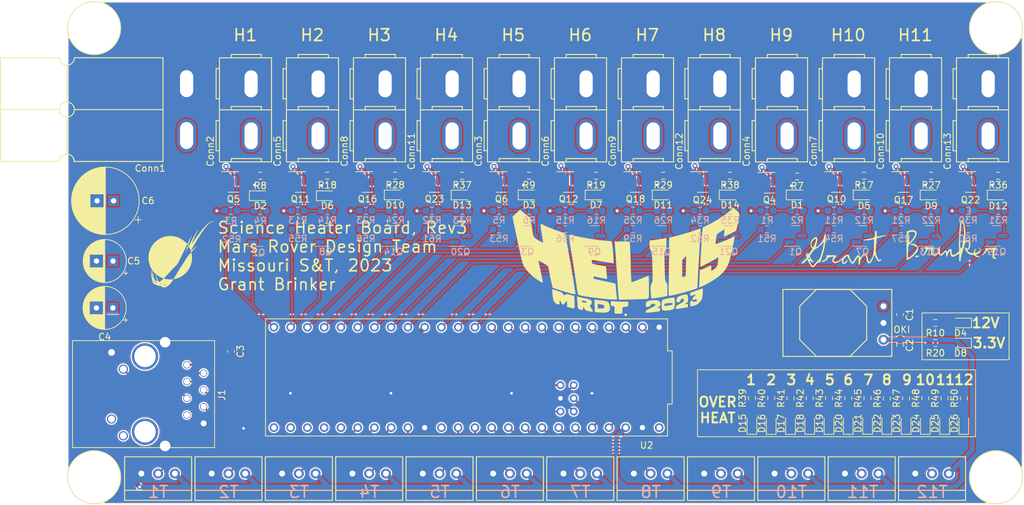
<source format=kicad_pcb>
(kicad_pcb (version 20211014) (generator pcbnew)
  (layers (0 "F.Cu" signal) (31 "B.Cu" signal) (34 "B.Paste" user) (35 "F.Paste" user) (36 "B.SilkS" user "B.Silkscreen") (37 "F.SilkS" user "F.Silkscreen") (38 "B.Mask" user) (39 "F.Mask" user) (44 "Edge.Cuts" user))
  (net 0 "")
  (net 1 "GND")
  (net 2 "+12V")
  (net 3 "+3V3")
  (net 4 "Temp3")
  (net 5 "Temp1")
  (net 6 "Temp2")
  (net 7 "Net-(D1-Pad2)")
  (net 8 "Net-(D2-Pad2)")
  (net 9 "Net-(D3-Pad2)")
  (net 10 "Net-(D4-Pad2)")
  (net 11 "Net-(D5-Pad2)")
  (net 12 "Net-(D6-Pad2)")
  (net 13 "Net-(D7-Pad2)")
  (net 14 "Net-(D8-Pad2)")
  (net 15 "Net-(D9-Pad2)")
  (net 17 "LED")
  (net 19 "T+")
  (net 20 "T-")
  (net 22 "R+")
  (net 23 "R-")
  (net 24 "Temp5")
  (net 25 "Temp7")
  (net 26 "Temp9")
  (net 27 "Temp11")
  (net 28 "Temp4")
  (net 29 "Temp6")
  (net 30 "Temp8")
  (net 31 "Heater3")
  (net 32 "Heater1")
  (net 33 "Heater2")
  (net 34 "Temp10")
  (net 35 "Temp12")
  (net 36 "Net-(D10-Pad2)")
  (net 37 "Net-(D11-Pad2)")
  (net 38 "Net-(D12-Pad2)")
  (net 39 "Net-(D13-Pad2)")
  (net 40 "Net-(D14-Pad2)")
  (net 41 "Net-(D15-Pad2)")
  (net 42 "Net-(D16-Pad2)")
  (net 43 "Net-(D17-Pad2)")
  (net 44 "Net-(D18-Pad2)")
  (net 45 "Net-(D19-Pad2)")
  (net 46 "Net-(D20-Pad2)")
  (net 47 "Net-(D21-Pad2)")
  (net 48 "Net-(D22-Pad2)")
  (net 49 "Net-(D23-Pad2)")
  (net 50 "Net-(D24-Pad2)")
  (net 51 "Net-(D25-Pad2)")
  (net 52 "Net-(D26-Pad2)")
  (net 53 "Heater9")
  (net 54 "Net-(Q1-Pad3)")
  (net 55 "Net-(Q2-Pad3)")
  (net 56 "Heater5")
  (net 57 "Net-(Q3-Pad3)")
  (net 58 "Heater10")
  (net 59 "Net-(Q7-Pad3)")
  (net 60 "Net-(Q8-Pad3)")
  (net 61 "Heater6")
  (net 62 "Net-(Q9-Pad3)")
  (net 63 "Heater11")
  (net 64 "Net-(Q13-Pad3)")
  (net 65 "Net-(Q14-Pad3)")
  (net 66 "Heater7")
  (net 67 "Net-(Q15-Pad3)")
  (net 68 "Heater12")
  (net 69 "Net-(Q19-Pad3)")
  (net 70 "Heater4")
  (net 71 "Net-(Q20-Pad3)")
  (net 72 "Heater8")
  (net 73 "Net-(Q21-Pad3)")
  (net 74 "Net-(C3-Pad1)")
  (net 75 "Overheat1")
  (net 76 "Net-(Q4-Pad1)")
  (net 77 "Net-(Q5-Pad1)")
  (net 78 "Net-(Q6-Pad1)")
  (net 79 "Net-(Q10-Pad1)")
  (net 80 "Net-(Q11-Pad1)")
  (net 81 "Net-(Q12-Pad1)")
  (net 82 "Net-(Q16-Pad1)")
  (net 83 "Net-(Q17-Pad1)")
  (net 84 "Net-(Q18-Pad1)")
  (net 85 "Net-(Q22-Pad1)")
  (net 86 "Net-(Q23-Pad1)")
  (net 87 "Net-(Q24-Pad1)")
  (net 88 "Overheat2")
  (net 89 "Overheat3")
  (net 90 "Overheat4")
  (net 91 "Overheat5")
  (net 97 "Overheat6")
  (net 98 "Overheat7")
  (net 99 "Overheat8")
  (net 100 "Overheat9")
  (net 101 "Overheat10")
  (net 102 "Overheat11")
  (net 105 "Overheat12")
  (net 106 "/H1")
  (net 107 "/H5")
  (net 108 "/H9")
  (net 109 "/H2")
  (net 110 "/H6")
  (net 111 "/H10")
  (net 112 "/H3")
  (net 113 "/H7")
  (net 114 "/H11")
  (net 115 "/H4")
  (net 116 "/H8")
  (net 117 "/H12")
  (footprint "MRDT_Connectors:Square_Anderson_2_V_Side_By_Side" (layer "F.Cu") (at 165.1 64.77 -90)
    (fp_text reference "Conn9")
    (fp_text value "AndersonPP")
  )
  (footprint "Resistor_SMD:R_0603_1608Metric_Pad0.98x0.95mm_HandSolder" (layer "F.Cu") (at 206.248 108.458 90)
    (fp_text reference "R48")
    (fp_text value "100")
  )
  (footprint "LED_SMD:LED_0603_1608Metric_Pad1.05x0.95mm_HandSolder" (layer "F.Cu") (at 206.248 112.268 90)
    (fp_text reference "D24")
    (fp_text value "LED(R)")
  )
  (footprint "Package_TO_SOT_SMD:SOT-23-3" (layer "F.Cu") (at 101.346 75.6135)
    (fp_text reference "Q5")
    (fp_text value "Q_PMOS_GSD")
  )
  (footprint "MRDT_Connectors:Square_Anderson_2_V_Side_By_Side" (layer "F.Cu") (at 114.3 64.77 -90)
    (fp_text reference "Conn5")
    (fp_text value "AndersonPP")
  )
  (footprint "Resistor_SMD:R_0603_1608Metric_Pad0.98x0.95mm_HandSolder" (layer "F.Cu") (at 182.88 108.458 90)
    (fp_text reference "R40")
    (fp_text value "100")
  )
  (footprint "LED_SMD:LED_0603_1608Metric_Pad1.05x0.95mm_HandSolder" (layer "F.Cu") (at 194.564 112.268 90)
    (fp_text reference "D20")
    (fp_text value "LED(R)")
  )
  (footprint "Package_TO_SOT_SMD:SOT-23-3" (layer "F.Cu") (at 131.826 75.626)
    (fp_text reference "Q23")
    (fp_text value "Q_PMOS_GSD")
  )
  (footprint "LED_SMD:LED_0603_1608Metric_Pad1.05x0.95mm_HandSolder" (layer "F.Cu") (at 136.017 77.597)
    (fp_text reference "D13")
    (fp_text value "LED(B)")
  )
  (footprint "MRDT_Connectors:Square_Anderson_2_V_Side_By_Side" (layer "F.Cu") (at 134.62 64.77 -90)
    (fp_text reference "Conn11")
    (fp_text value "AndersonPP")
  )
  (footprint "Resistor_SMD:R_0603_1608Metric_Pad0.98x0.95mm_HandSolder" (layer "F.Cu") (at 166.497 74.676 180)
    (fp_text reference "R29")
    (fp_text value "1k")
  )
  (footprint "LED_SMD:LED_0603_1608Metric_Pad1.05x0.95mm_HandSolder" (layer "F.Cu") (at 203.327 112.268 90)
    (fp_text reference "D23")
    (fp_text value "LED(R)")
  )
  (footprint "LED_SMD:LED_0603_1608Metric_Pad1.05x0.95mm_HandSolder" (layer "F.Cu") (at 156.337 77.597)
    (fp_text reference "D7")
    (fp_text value "LED(B)")
  )
  (footprint "MRDT_Drill_Holes:4_40_Hole_Corner" (layer "F.Cu") (at 76.2 124.46)
    (fp_text reference "V1" hide)
    (fp_text value "Via" hide)
  )
  (footprint "LED_SMD:LED_0603_1608Metric_Pad1.05x0.95mm_HandSolder" (layer "F.Cu") (at 176.657 77.597)
    (fp_text reference "D14")
    (fp_text value "LED(B)")
  )
  (footprint "LED_SMD:LED_0603_1608Metric_Pad1.05x0.95mm_HandSolder" (layer "F.Cu") (at 197.485 112.254 90)
    (fp_text reference "D21")
    (fp_text value "LED(R)")
  )
  (footprint "LED_SMD:LED_0603_1608Metric_Pad1.05x0.95mm_HandSolder" (layer "F.Cu") (at 188.722 112.268 90)
    (fp_text reference "D18")
    (fp_text value "LED(R)")
  )
  (footprint "MRDT_Connectors:Square_Anderson_2_H_Side_By_Side" (layer "F.Cu") (at 94.6086 60.156)
    (fp_text reference "Conn1")
    (fp_text value "AndersonPP")
  )
  (footprint "Capacitor_THT:CP_Radial_D6.3mm_P2.50mm" (layer "F.Cu") (at 83.058 94.742 180)
    (fp_text reference "C4")
    (fp_text value "100uF")
  )
  (footprint "MRDT_Connectors:MOLEX_SL_03_Vertical" (layer "F.Cu") (at 167.132 119.888 180)
    (fp_text reference "Conn35" hide)
    (fp_text value "Molex_SL_03")
  )
  (footprint "Package_TO_SOT_SMD:SOT-23-3" (layer "F.Cu") (at 172.466 75.626)
    (fp_text reference "Q24")
    (fp_text value "Q_PMOS_GSD")
  )
  (footprint "Capacitor_SMD:C_0603_1608Metric_Pad1.08x0.95mm_HandSolder" (layer "F.Cu") (at 100.965 101.346 -90)
    (fp_text reference "C3")
    (fp_text value "0.1uF")
  )
  (footprint "LED_SMD:LED_0603_1608Metric_Pad1.05x0.95mm_HandSolder" (layer "F.Cu") (at 196.977 77.597)
    (fp_text reference "D5")
    (fp_text value "LED(B)")
  )
  (footprint "MRDT_Connectors:MOLEX_SL_03_Vertical" (layer "F.Cu") (at 209.804 119.888 180)
    (fp_text reference "Conn37" hide)
    (fp_text value "Molex_SL_03")
  )
  (footprint "MRDT_Devices:OKI_Horizontal" (layer "F.Cu") (at 199.898 94.488 -90)
    (fp_text reference "U1" hide)
    (fp_text value "OKI")
  )
  (footprint "MRDT_Connectors:MOLEX_SL_03_Vertical" (layer "F.Cu") (at 177.8 119.888 180)
    (fp_text reference "Conn30" hide)
    (fp_text value "Molex_SL_03")
  )
  (footprint "Resistor_SMD:R_0603_1608Metric_Pad0.98x0.95mm_HandSolder" (layer "F.Cu") (at 105.41 74.676 180)
    (fp_text reference "R8")
    (fp_text value "1k")
  )
  (footprint "LED_SMD:LED_0603_1608Metric_Pad1.05x0.95mm_HandSolder" (layer "F.Cu") (at 125.871 77.597)
    (fp_text reference "D10")
    (fp_text value "LED(B)")
  )
  (footprint "Package_TO_SOT_SMD:SOT-23-3" (layer "F.Cu") (at 162.306 75.626)
    (fp_text reference "Q18")
    (fp_text value "Q_PMOS_GSD")
  )
  (footprint "Resistor_SMD:R_0603_1608Metric_Pad0.98x0.95mm_HandSolder" (layer "F.Cu") (at 125.857 74.676 180)
    (fp_text reference "R28")
    (fp_text value "1k")
  )
  (footprint "MRDT_Drill_Holes:4_40_Hole_Corner" (layer "F.Cu") (at 76.2 48.26 -90)
    (fp_text reference "V2" hide)
    (fp_text value "Via" hide)
  )
  (footprint "MRDT_Connectors:Square_Anderson_2_V_Side_By_Side" (layer "F.Cu") (at 175.22 64.77 -90)
    (fp_text reference "Conn12")
    (fp_text value "AndersonPP")
  )
  (footprint "MRDT_Drill_Holes:4_40_Hole_Corner" (layer "F.Cu") (at 220.98 124.46 90)
    (fp_text reference "V3" hide)
    (fp_text value "Via" hide)
  )
  (footprint "MRDT_Connectors:MOLEX_SL_03_Vertical" (layer "F.Cu") (at 103.124 119.888 180)
    (fp_text reference "Conn32" hide)
    (fp_text value "Molex_SL_03")
  )
  (footprint "Resistor_SMD:R_0603_1608Metric_Pad0.98x0.95mm_HandSolder" (layer "F.Cu") (at 188.722 108.458 90)
    (fp_text reference "R42")
    (fp_text value "100")
  )
  (footprint "Resistor_SMD:R_0603_1608Metric_Pad0.98x0.95mm_HandSolder" (layer "F.Cu") (at 186.817 74.803 180)
    (fp_text reference "R7")
    (fp_text value "1k")
  )
  (footprint "MRDT_Silkscreens:z_sig_Grant_Brinker_30mmx7.3" (layer "F.Cu") (at 202.438 85.09)
    (fp_text reference "G***" hide)
    (fp_text value "LOGO" hide)
  )
  (footprint "MRDT_Connectors:Square_Anderson_2_V_Side_By_Side" (layer "F.Cu") (at 104.14 64.77 -90)
    (fp_text reference "Conn2")
    (fp_text value "AndersonPP")
  )
  (footprint "LED_SMD:LED_0603_1608Metric_Pad1.05x0.95mm_HandSolder" (layer "F.Cu") (at 211.582 100.076 180)
    (fp_text reference "D8")
    (fp_text value "LED(G)")
  )
  (footprint "Resistor_SMD:R_0603_1608Metric_Pad0.98x0.95mm_HandSolder" (layer "F.Cu") (at 217.297 74.676 180)
    (fp_text reference "R36")
    (fp_text value "1k")
  )
  (footprint "Resistor_SMD:R_0603_1608Metric_Pad0.98x0.95mm_HandSolder" (layer "F.Cu") (at 207.137 74.676 180)
    (fp_text reference "R27")
    (fp_text value "1k")
  )
  (footprint "MRDT_Silkscreens:zz_Helios_Logo_Short_1.4inx0.65in" (layer "F.Cu") (at 160.655 87.63)
    (fp_text reference "G***" hide)
    (fp_text value "LOGO" hide)
  )
  (footprint "Capacitor_THT:CP_Radial_D10.0mm_P2.50mm" (layer "F.Cu") (at 83.159677 78.486 180)
    (fp_text reference "C6")
    (fp_text value "470uF")
  )
  (footprint "LED_SMD:LED_0603_1608Metric_Pad1.05x0.95mm_HandSolder" (layer "F.Cu") (at 211.582 97.028 180)
    (fp_text reference "D4")
    (fp_text value "LED(G)")
  )
  (footprint "MRDT_Connectors:Square_Anderson_2_V_Side_By_Side" (layer "F.Cu") (at 185.42 64.77 -90)
    (fp_text reference "Conn4")
    (fp_text value "AndersonPP")
  )
  (footprint "Resistor_SMD:R_0603_1608Metric_Pad0.98x0.95mm_HandSolder" (layer "F.Cu") (at 179.959 108.4345 90)
    (fp_text reference "R39")
    (fp_text value "100")
  )
  (footprint "Resistor_SMD:R_0603_1608Metric_Pad0.98x0.95mm_HandSolder" (layer "F.Cu") (at 115.57 74.676 180)
    (fp_text reference "R18")
    (fp_text value "1k")
  )
  (footprint "Resistor_SMD:R_0603_1608Metric_Pad0.98x0.95mm_HandSolder" (layer "F.Cu") (at 194.564 108.458 90)
    (fp_text reference "R44")
    (fp_text value "100")
  )
  (footprint "Resistor_SMD:R_0603_1608Metric_Pad0.98x0.95mm_HandSolder" (layer "F.Cu") (at 176.6335 74.676 180)
    (fp_text reference "R38")
    (fp_text value "1k")
  )
  (footprint "LED_SMD:LED_0603_1608Metric_Pad1.05x0.95mm_HandSolder" (layer "F.Cu") (at 186.817 77.597)
    (fp_text reference "D1")
    (fp_text value "LED(B)")
  )
  (footprint "LED_SMD:LED_0603_1608Metric_Pad1.05x0.95mm_HandSolder" (layer "F.Cu") (at 115.57 77.724)
    (fp_text reference "D6")
    (fp_text value "LED(B)")
  )
  (footprint "Package_TO_SOT_SMD:SOT-23-3" (layer "F.Cu") (at 111.506 75.626)
    (fp_text reference "Q11")
    (fp_text value "Q_PMOS_GSD")
  )
  (footprint "MRDT_Connectors:MOLEX_SL_03_Vertical" (layer "F.Cu") (at 135.128 119.888 180)
    (fp_text reference "Conn28" hide)
    (fp_text value "Molex_SL_03")
  )
  (footprint "Resistor_SMD:R_0603_1608Metric_Pad0.98x0.95mm_HandSolder" (layer "F.Cu") (at 203.327 108.458 90)
    (fp_text reference "R47")
    (fp_text value "100")
  )
  (footprint "MRDT_Connectors:MOLEX_SL_03_Vertical" (layer "F.Cu") (at 92.456 119.888 180)
    (fp_text reference "Conn26" hide)
    (fp_text value "Molex_SL_03")
  )
  (footprint "Resistor_SMD:R_0603_1608Metric_Pad0.98x0.95mm_HandSolder" (layer "F.Cu") (at 197.485 108.458 90)
    (fp_text reference "R45")
    (fp_text value "100")
  )
  (footprint "MRDT_Connectors:MOLEX_SL_03_Vertical" (layer "F.Cu") (at 188.468 119.888 180)
    (fp_text reference "Conn36" hide)
    (fp_text value "Molex_SL_03")
  )
  (footprint "MRDT_Connectors:MOLEX_SL_03_Vertical" (layer "F.Cu") (at 145.796 119.888 180)
    (fp_text reference "Conn34" hide)
    (fp_text value "Molex_SL_03")
  )
  (footprint "LED_SMD:LED_0603_1608Metric_Pad1.05x0.95mm_HandSolder" (layer "F.Cu") (at 209.169 112.268 90)
    (fp_text reference "D25")
    (fp_text value "LED(R)")
  )
  (footprint "MRDT_Connectors:Square_Anderson_2_V_Side_By_Side" (layer "F.Cu") (at 215.9 64.77 -90)
    (fp_text reference "Conn13")
    (fp_text value "AndersonPP")
  )
  (footprint "MRDT_Connectors:MOLEX_SL_03_Vertical" (layer "F.Cu") (at 156.464 119.888 180)
    (fp_text reference "Conn29" hide)
    (fp_text value "Molex_SL_03")
  )
  (footprint "LED_SMD:LED_0603_1608Metric_Pad1.05x0.95mm_HandSolder" (layer "F.Cu") (at 179.959 112.268 90)
    (fp_text reference "D15")
    (fp_text value "LED(R)")
  )
  (footprint "LED_SMD:LED_0603_1608Metric_Pad1.05x0.95mm_HandSolder" (layer "F.Cu") (at 185.801 112.282 90)
    (fp_text reference "D17")
    (fp_text value "LED(R)")
  )
  (footprint "Package_TO_SOT_SMD:SOT-23-3" (layer "F.Cu") (at 213.106 75.626)
    (fp_text reference "Q22")
    (fp_text value "Q_PMOS_GSD")
  )
  (footprint "Package_TO_SOT_SMD:SOT-23-3" (layer "F.Cu") (at 121.666 75.626)
    (fp_text reference "Q16")
    (fp_text value "Q_PMOS_GSD")
  )
  (footprint "MRDT_Connectors:MOLEX_SL_03_Vertical" (layer "F.Cu") (at 124.46 119.888 180)
    (fp_text reference "Conn33" hide)
    (fp_text value "Molex_SL_03")
  )
  (footprint "MRDT_Connectors:RJ45_Teensy" (layer "F.Cu") (at 74.93 107.95 -90)
    (fp_text reference "J1")
    (fp_text value "RJ45_LED_Shielded")
  )
  (footprint "Resistor_SMD:R_0603_1608Metric_Pad0.98x0.95mm_HandSolder" (layer "F.Cu") (at 200.406 108.4815 90)
    (fp_text reference "R46")
    (fp_text value "100")
  )
  (footprint "LED_SMD:LED_0603_1608Metric_Pad1.05x0.95mm_HandSolder" (layer "F.Cu") (at 182.88 112.282 90)
    (fp_text reference "D16")
    (fp_text value "LED(R)")
  )
  (footprint "Resistor_SMD:R_0603_1608Metric_Pad0.98x0.95mm_HandSolder" (layer "F.Cu") (at 207.772 100.076)
    (fp_text reference "R20")
    (fp_text value "100")
  )
  (footprint "LED_SMD:LED_0603_1608Metric_Pad1.05x0.95mm_HandSolder" (layer "F.Cu") (at 212.09 112.268 90)
    (fp_text reference "D26")
    (fp_text value "LED(R)")
  )
  (footprint "MRDT_Connectors:Square_Anderson_2_V_Side_By_Side" (layer "F.Cu") (at 205.74 64.77 -90)
    (fp_text reference "Conn10")
    (fp_text value "AndersonPP")
  )
  (footprint "Resistor_SMD:R_0603_1608Metric_Pad0.98x0.95mm_HandSolder" (layer "F.Cu") (at 207.772 97.028)
    (fp_text reference "R10")
    (fp_text value "1k")
  )
  (footprint "LED_SMD:LED_0603_1608Metric_Pad1.05x0.95mm_HandSolder" (layer "F.Cu") (at 191.643 112.268 90)
    (fp_text reference "D19")
    (fp_text value "LED(R)")
  )
  (footprint "Package_TO_SOT_SMD:SOT-23-3" (layer "F.Cu") (at 141.986 75.626)
    (fp_text reference "Q6")
    (fp_text value "Q_PMOS_GSD")
  )
  (footprint "LED_SMD:LED_0603_1608Metric_Pad1.05x0.95mm_HandSolder" (layer "F.Cu") (at 146.177 77.597)
    (fp_text reference "D3")
    (fp_text value "LED(B)")
  )
  (footprint "Package_TO_SOT_SMD:SOT-23-3" (layer "F.Cu") (at 182.626 75.753)
    (fp_text reference "Q4")
    (fp_text value "Q_PMOS_GSD")
  )
  (footprint "MRDT_Drill_Holes:4_40_Hole_Corner" (layer "F.Cu") (at 220.98 48.26 180)
    (fp_text reference "V4" hide)
    (fp_text value "Via" hide)
  )
  (footprint "Resistor_SMD:R_0603_1608Metric_Pad0.98x0.95mm_HandSolder" (layer "F.Cu") (at 156.3135 74.676 180)
    (fp_text reference "R19")
    (fp_text value "1k")
  )
  (footprint "MRDT_Connectors:Square_Anderson_2_V_Side_By_Side" (layer "F.Cu") (at 144.78 64.77 -90)
    (fp_text reference "Conn3")
    (fp_text value "AndersonPP")
  )
  (footprint "MRDT_Silkscreens:0_MRDT_Logo_10mm" (layer "F.Cu") (at 93.472 86.614)
    (fp_text reference "G***" hide)
    (fp_text value "LOGO" hide)
  )
  (footprint "Capacitor_THT:CP_Radial_D6.3mm_P2.50mm" (layer "F.Cu") (at 83.07266 87.63 180)
    (fp_text reference "C5")
    (fp_text value "220uF")
  )
  (footprint "Package_TO_SOT_SMD:SOT-23-3" (layer "F.Cu") (at 192.786 75.626)
    (fp_text reference "Q10")
    (fp_text value "Q_PMOS_GSD")
  )
  (footprint "MRDT_Connectors:Square_Anderson_2_V_Side_By_Side" (layer "F.Cu") (at 195.58 64.77 -90)
    (fp_text reference "Conn7")
    (fp_text value "AndersonPP")
  )
  (footprint "Capacitor_SMD:C_0603_1608Metric_Pad1.08x0.95mm_HandSolder" (layer "F.Cu") (at 202.438 95.758 -90)
    (fp_text reference "C1")
    (fp_text value "10uF")
  )
  (footprint "Resistor_SMD:R_0603_1608Metric_Pad0.98x0.95mm_HandSolder" (layer "F.Cu") (at 185.801 108.458 90)
    (fp_text reference "R41")
    (fp_text value "100")
  )
  (footprint "Resistor_SMD:R_0603_1608Metric_Pad0.98x0.95mm_HandSolder" (layer "F.Cu") (at 196.9535 74.676 180)
    (fp_text reference "R17")
    (fp_text value "1k")
  )
  (footprint "Resistor_SMD:R_0603_1608Metric_Pad0.98x0.95mm_HandSolder" (layer "F.Cu") (at 212.09 108.458 90)
    (fp_text reference "R50")
    (fp_text value "100")
  )
  (footprint "Resistor_SMD:R_0603_1608Metric_Pad0.98x0.95mm_HandSolder" (layer "F.Cu") (at 209.169 108.458 90)
    (fp_text reference "R49")
    (fp_text value "100")
  )
  (footprint "MRDT_Connectors:MOLEX_SL_03_Vertical" (layer "F.Cu") (at 113.792 119.888 180)
    (fp_text reference "Conn27" hide)
    (fp_text value "Molex_SL_03")
  )
  (footprint "MRDT_Connectors:MOLEX_SL_03_Vertical" (layer "F.Cu") (at 199.136 119.888 180)
    (fp_text reference "Conn31" hide)
    (fp_text value "Molex_SL_03")
  )
  (footprint "LED_SMD:LED_0603_1608Metric_Pad1.05x0.95mm_HandSolder" (layer "F.Cu") (at 105.41 77.724)
    (fp_text reference "D2")
    (fp_text value "LED(B)")
  )
  (footprint "Package_TO_SOT_SMD:SOT-23-3" (layer "F.Cu") (at 152.146 75.626)
    (fp_text reference "Q12")
    (fp_text value "Q_PMOS_GSD")
  )
  (footprint "MRDT_Connectors:Square_Anderson_2_V_Side_By_Side" (layer "F.Cu") (at 154.94 64.77 -90)
    (fp_text reference "Conn6")
    (fp_text value "AndersonPP")
  )
  (footprint "LED_SMD:LED_0603_1608Metric_Pad1.05x0.95mm_HandSolder" (layer "F.Cu") (at 207.137 77.597)
    (fp_text reference "D9")
    (fp_text value "LED(B)")
  )
  (footprint "Resistor_SMD:R_0603_1608Metric_Pad0.98x0.95mm_HandSolder" (layer "F.Cu") (at 191.643 108.458 90)
    (fp_text reference "R43")
    (fp_text value "100")
  )
  (footprint "MRDT_Connectors:Square_Anderson_2_V_Side_By_Side" (layer "F.Cu") (at 124.46 64.77 -90)
    (fp_text reference "Conn8")
    (fp_text value "AndersonPP")
  )
  (footprint "LED_SMD:LED_0603_1608Metric_Pad1.05x0.95mm_HandSolder" (layer "F.Cu") (at 200.406 112.268 90)
    (fp_text reference "D22")
    (fp_text value "LED(R)")
  )
  (footprint "Capacitor_SMD:C_0603_1608Metric_Pad1.08x0.95mm_HandSolder" (layer "F.Cu") (at 202.438 100.4305 -90)
    (fp_text reference "C2")
    (fp_text value "10uF")
  )
  (footprint "Resistor_SMD:R_0603_1608Metric_Pad0.98x0.95mm_HandSolder" (layer "F.Cu") (at 146.1535 74.676 180)
    (fp_text reference "R9")
    (fp_text value "1k")
  )
  (footprint "MRDT_Shields:Teensy_4_1_Ethernet" (layer "F.Cu") (at 136.683 105.2965 180)
    (fp_text reference "U2")
    (fp_text value "Teensy4.1_DEV-16771")
  )
  (footprint "Resistor_SMD:R_0603_1608Metric_Pad0.98x0.95mm_HandSolder" (layer "F.Cu") (at 136.017 74.676 180)
    (fp_text reference "R37")
    (fp_text value "1k")
  )
  (footprint "LED_SMD:LED_0603_1608Metric_Pad1.05x0.95mm_HandSolder" (layer "F.Cu") (at 217.297 77.597)
    (fp_text reference "D12")
    (fp_text value "LED(B)")
  )
  (footprint "Package_TO_SOT_SMD:SOT-23-3" (layer "F.Cu") (at 202.946 75.626)
    (fp_text reference "Q17")
    (fp_text value "Q_PMOS_GSD")
  )
  (footprint "LED_SMD:LED_0603_1608Metric_Pad1.05x0.95mm_HandSolder" (layer "F.Cu") (at 166.497 77.597)
    (fp_text reference "D11")
    (fp_text value "LED(B)")
  )
  (footprint "Resistor_SMD:R_0603_1608Metric_Pad0.98x0.95mm_HandSolder" (layer "B.Cu") (at 105.41 80.01)
    (fp_text reference "R4")
    (fp_text value "10k")
  )
  (footprint "Resistor_SMD:R_0603_1608Metric_Pad0.98x0.95mm_HandSolder" (layer "B.Cu") (at 111.1015 80.01)
    (fp_text reference "R13")
    (fp_text value "10k")
  )
  (footprint "Resistor_SMD:R_0603_1608Metric_Pad0.98x0.95mm_HandSolder" (layer "B.Cu") (at 146.177 80.01)
    (fp_text reference "R6")
    (fp_text value "10k")
  )
  (footprint "Resistor_SMD:R_0603_1608Metric_Pad0.98x0.95mm_HandSolder" (layer "B.Cu") (at 100.9415 80.01)
    (fp_text reference "R3")
    (fp_text value "10k")
  )
  (footprint "Package_TO_SOT_SMD:SOT-23" (layer "B.Cu") (at 145.923 83.82)
    (fp_text reference "Q3")
    (fp_text value "BSS138")
  )
  (footprint "Resistor_SMD:R_0603_1608Metric_Pad0.98x0.95mm_HandSolder" (layer "B.Cu") (at 202.565 80.01)
    (fp_text reference "R21")
    (fp_text value "10k")
  )
  (footprint "Resistor_SMD:R_0603_1608Metric_Pad0.98x0.95mm_HandSolder" (layer "B.Cu") (at 151.638 80.01)
    (fp_text reference "R15")
    (fp_text value "10k")
  )
  (footprint "Resistor_SMD:R_0603_1608Metric_Pad0.98x0.95mm_HandSolder" (layer "B.Cu") (at 131.445 82.804)
    (fp_text reference "R61")
    (fp_text value "4.7k")
  )
  (footprint "Package_TO_SOT_SMD:SOT-23" (layer "B.Cu") (at 176.403 83.82)
    (fp_text reference "Q21")
    (fp_text value "BSS138")
  )
  (footprint "Resistor_SMD:R_0603_1608Metric_Pad0.98x0.95mm_HandSolder" (layer "B.Cu") (at 212.725 82.804)
    (fp_text reference "R60")
    (fp_text value "4.7k")
  )
  (footprint "Resistor_SMD:R_0603_1608Metric_Pad0.98x0.95mm_HandSolder" (layer "B.Cu") (at 136.0405 80.01)
    (fp_text reference "R33")
    (fp_text value "10k")
  )
  (footprint "Resistor_SMD:R_0603_1608Metric_Pad0.98x0.95mm_HandSolder" (layer "B.Cu") (at 131.445 80.01)
    (fp_text reference "R32")
    (fp_text value "10k")
  )
  (footprint "Resistor_SMD:R_0603_1608Metric_Pad0.98x0.95mm_HandSolder" (layer "B.Cu") (at 161.925 80.01)
    (fp_text reference "R25")
    (fp_text value "10k")
  )
  (footprint "Package_TO_SOT_SMD:SOT-23" (layer "B.Cu") (at 105.156 83.82)
    (fp_text reference "Q2")
    (fp_text value "BSS138")
  )
  (footprint "Resistor_SMD:R_0603_1608Metric_Pad0.98x0.95mm_HandSolder" (layer "B.Cu") (at 172.085 80.01)
    (fp_text reference "R34")
    (fp_text value "10k")
  )
  (footprint "Resistor_SMD:R_0603_1608Metric_Pad0.98x0.95mm_HandSolder" (layer "B.Cu") (at 121.412 82.804)
    (fp_text reference "R58")
    (fp_text value "4.7k")
  )
  (footprint "Resistor_SMD:R_0603_1608Metric_Pad0.98x0.95mm_HandSolder" (layer "B.Cu") (at 192.405 80.01)
    (fp_text reference "R11")
    (fp_text value "10k")
  )
  (footprint "Resistor_SMD:R_0603_1608Metric_Pad0.98x0.95mm_HandSolder" (layer "B.Cu") (at 141.605 82.804)
    (fp_text reference "R53")
    (fp_text value "4.7k")
  )
  (footprint "Resistor_SMD:R_0603_1608Metric_Pad0.98x0.95mm_HandSolder" (layer "B.Cu") (at 207.137 80.01)
    (fp_text reference "R22")
    (fp_text value "10k")
  )
  (footprint "Resistor_SMD:R_0603_1608Metric_Pad0.98x0.95mm_HandSolder" (layer "B.Cu") (at 182.245 80.01)
    (fp_text reference "R1")
    (fp_text value "10k")
  )
  (footprint "Package_TO_SOT_SMD:SOT-23" (layer "B.Cu") (at 196.723 83.82)
    (fp_text reference "Q7")
    (fp_text value "BSS138")
  )
  (footprint "Package_TO_SOT_SMD:SOT-23" (layer "B.Cu") (at 115.316 83.82)
    (fp_text reference "Q8")
    (fp_text value "BSS138")
  )
  (footprint "Package_TO_SOT_SMD:SOT-23" (layer "B.Cu") (at 217.043 83.82)
    (fp_text reference "Q19")
    (fp_text value "BSS138")
  )
  (footprint "Resistor_SMD:R_0603_1608Metric_Pad0.98x0.95mm_HandSolder" (layer "B.Cu") (at 101.092 82.804)
    (fp_text reference "R52")
    (fp_text value "4.7k")
  )
  (footprint "Package_TO_SOT_SMD:SOT-23" (layer "B.Cu") (at 186.563 83.82)
    (fp_text reference "Q1")
    (fp_text value "BSS138")
  )
  (footprint "Package_TO_SOT_SMD:SOT-23" (layer "B.Cu") (at 156.083 83.82)
    (fp_text reference "Q9")
    (fp_text value "BSS138")
  )
  (footprint "Resistor_SMD:R_0603_1608Metric_Pad0.98x0.95mm_HandSolder" (layer "B.Cu") (at 115.57 80.01)
    (fp_text reference "R14")
    (fp_text value "10k")
  )
  (footprint "Resistor_SMD:R_0603_1608Metric_Pad0.98x0.95mm_HandSolder" (layer "B.Cu") (at 217.297 80.01)
    (fp_text reference "R31")
    (fp_text value "10k")
  )
  (footprint "Resistor_SMD:R_0603_1608Metric_Pad0.98x0.95mm_HandSolder" (layer "B.Cu") (at 166.5205 80.01)
    (fp_text reference "R26")
    (fp_text value "10k")
  )
  (footprint "Resistor_SMD:R_0603_1608Metric_Pad0.98x0.95mm_HandSolder" (layer "B.Cu") (at 121.412 80.01)
    (fp_text reference "R23")
    (fp_text value "10k")
  )
  (footprint "Resistor_SMD:R_0603_1608Metric_Pad0.98x0.95mm_HandSolder" (layer "B.Cu") (at 161.9015 82.804)
    (fp_text reference "R59")
    (fp_text value "4.7k")
  )
  (footprint "Resistor_SMD:R_0603_1608Metric_Pad0.98x0.95mm_HandSolder" (layer "B.Cu") (at 192.3815 82.804)
    (fp_text reference "R54")
    (fp_text value "4.7k")
  )
  (footprint "Resistor_SMD:R_0603_1608Metric_Pad0.98x0.95mm_HandSolder" (layer "B.Cu") (at 212.725 80.01)
    (fp_text reference "R30")
    (fp_text value "10k")
  )
  (footprint "Resistor_SMD:R_0603_1608Metric_Pad0.98x0.95mm_HandSolder" (layer "B.Cu") (at 196.977 80.01)
    (fp_text reference "R12")
    (fp_text value "10k")
  )
  (footprint "Resistor_SMD:R_0603_1608Metric_Pad0.98x0.95mm_HandSolder" (layer "B.Cu") (at 141.605 80.01)
    (fp_text reference "R5")
    (fp_text value "10k")
  )
  (footprint "Resistor_SMD:R_0603_1608Metric_Pad0.98x0.95mm_HandSolder" (layer "B.Cu") (at 182.2215 82.804)
    (fp_text reference "R51")
    (fp_text value "4.7k")
  )
  (footprint "Resistor_SMD:R_0603_1608Metric_Pad0.98x0.95mm_HandSolder" (layer "B.Cu") (at 151.638 82.804)
    (fp_text reference "R56")
    (fp_text value "4.7k")
  )
  (footprint "Package_TO_SOT_SMD:SOT-23" (layer "B.Cu") (at 135.763 83.82)
    (fp_text reference "Q20")
    (fp_text value "BSS138")
  )
  (footprint "Resistor_SMD:R_0603_1608Metric_Pad0.98x0.95mm_HandSolder" (layer "B.Cu") (at 172.085 82.804)
    (fp_text reference "R62")
    (fp_text value "4.7k")
  )
  (footprint "Resistor_SMD:R_0603_1608Metric_Pad0.98x0.95mm_HandSolder" (layer "B.Cu") (at 156.3605 80.01)
    (fp_text reference "R16")
    (fp_text value "10k")
  )
  (footprint "Resistor_SMD:R_0603_1608Metric_Pad0.98x0.95mm_HandSolder" (layer "B.Cu") (at 176.657 80.01)
    (fp_text reference "R35")
    (fp_text value "10k")
  )
  (footprint "Package_TO_SOT_SMD:SOT-23" (layer "B.Cu") (at 166.243 83.82)
    (fp_text reference "Q15")
    (fp_text value "BSS138")
  )
  (footprint "Resistor_SMD:R_0603_1608Metric_Pad0.98x0.95mm_HandSolder" (layer "B.Cu") (at 202.565 82.804)
    (fp_text reference "R57")
    (fp_text value "4.7k")
  )
  (footprint "Resistor_SMD:R_0603_1608Metric_Pad0.98x0.95mm_HandSolder" (layer "B.Cu") (at 111.1015 82.804)
    (fp_text reference "R55")
    (fp_text value "4.7k")
  )
  (footprint "Package_TO_SOT_SMD:SOT-23" (layer "B.Cu") (at 125.603 83.82)
    (fp_text reference "Q14")
    (fp_text value "BSS138")
  )
  (footprint "Package_TO_SOT_SMD:SOT-23" (layer "B.Cu") (at 206.883 83.82)
    (fp_text reference "Q13")
    (fp_text value "BSS138")
  )
  (footprint "Resistor_SMD:R_0603_1608Metric_Pad0.98x0.95mm_HandSolder" (layer "B.Cu") (at 125.857 80.01)
    (fp_text reference "R24")
    (fp_text value "10k")
  )
  (footprint "Resistor_SMD:R_0603_1608Metric_Pad0.98x0.95mm_HandSolder" (layer "B.Cu") (at 186.817 80.01)
    (fp_text reference "R2")
    (fp_text value "10k")
  )
  (gr_rect (start 171.704 114.3) (end 213.868 104.14) (layer "F.SilkS") (width 0.12) (fill none))
  (gr_rect (start 205.74 102.616) (end 218.948 95.504) (layer "F.SilkS") (width 0.12) (fill none))
  (gr_arc (start 80.2132 124.46) (mid 77.375439 123.284561) (end 76.2 120.4468) (layer "Edge.Cuts") (width 0.05))
  (gr_line (start 216.9668 124.46) (end 80.2132 124.46) (layer "Edge.Cuts") (width 0.05))
  (gr_line (start 76.2 120.4468) (end 76.2 52.2732) (layer "Edge.Cuts") (width 0.05))
  (gr_line (start 80.2132 48.26) (end 216.9668 48.26) (layer "Edge.Cuts") (width 0.05))
  (gr_arc (start 76.2 52.2732) (mid 77.375439 49.435439) (end 80.2132 48.26) (layer "Edge.Cuts") (width 0.05))
  (gr_arc (start 216.9668 48.26) (mid 219.804561 49.435439) (end 220.98 52.2732) (layer "Edge.Cuts") (width 0.05))
  (gr_line (start 220.98 52.2732) (end 220.98 120.4468) (layer "Edge.Cuts") (width 0.05))
  (gr_arc (start 220.98 120.4468) (mid 219.804561 123.284561) (end 216.9668 124.46) (layer "Edge.Cuts") (width 0.05))
  (gr_text "T10" (at 185.928 122.682) (layer "B.SilkS") (effects (font (size 1.778 1.778) (thickness 0.254)) (justify mirror)))
  (gr_text "T7" (at 153.924 122.682) (layer "B.SilkS") (effects (font (size 1.778 1.778) (thickness 0.254)) (justify mirror)))
  (gr_text "T2" (at 100.584 122.682) (layer "B.SilkS") (effects (font (size 1.778 1.778) (thickness 0.254)) (justify mirror)))
  (gr_text "T5" (at 132.588 122.682) (layer "B.SilkS") (effects (font (size 1.778 1.778) (thickness 0.254)) (justify mirror)))
  (gr_text "T3" (at 111.252 122.682) (layer "B.SilkS") (effects (font (size 1.778 1.778) (thickness 0.254)) (justify mirror)))
  (gr_text "T4" (at 121.92 122.682) (layer "B.SilkS") (effects (font (size 1.778 1.778) (thickness 0.254)) (justify mirror)))
  (gr_text "T11" (at 196.723 122.682) (layer "B.SilkS") (effects (font (size 1.778 1.778) (thickness 0.254)) (justify mirror)))
  (gr_text "T12" (at 207.264 122.682) (layer "B.SilkS") (effects (font (size 1.778 1.778) (thickness 0.254)) (justify mirror)))
  (gr_text "T8" (at 164.592 122.682) (layer "B.SilkS") (effects (font (size 1.778 1.778) (thickness 0.254)) (justify mirror)))
  (gr_text "T6" (at 143.256 122.682) (layer "B.SilkS") (effects (font (size 1.778 1.778) (thickness 0.254)) (justify mirror)))
  (gr_text "T9" (at 175.26 122.682) (layer "B.SilkS") (effects (font (size 1.778 1.778) (thickness 0.254)) (justify mirror)))
  (gr_text "T1" (at 89.916 122.682) (layer "B.SilkS") (effects (font (size 1.778 1.778) (thickness 0.254)) (justify mirror)))
  (gr_text "H2" (at 113.284 53.34) (layer "F.SilkS") (effects (font (size 1.778 1.778) (thickness 0.254))))
  (gr_text "H11" (at 204.724 53.34) (layer "F.SilkS") (effects (font (size 1.778 1.778) (thickness 0.254))))
  (gr_text "H10" (at 194.564 53.34) (layer "F.SilkS") (effects (font (size 1.778 1.778) (thickness 0.254))))
  (gr_text "5" (at 191.77 105.664) (layer "F.SilkS") (effects (font (size 1.5 1.5) (thickness 0.3))))
  (gr_text "3" (at 185.928 105.664) (layer "F.SilkS") (effects (font (size 1.5 1.5) (thickness 0.3))))
  (gr_text "12V" (at 215.392 97.028) (layer "F.SilkS") (effects (font (size 1.5 1.5) (thickness 0.3))))
  (gr_text "6" (at 194.564 105.664) (layer "F.SilkS") (effects (font (size 1.5 1.5) (thickness 0.3))))
  (gr_text "H1" (at 103.124 53.34) (layer "F.SilkS") (effects (font (size 1.778 1.778) (thickness 0.254))))
  (gr_text "OVER\nHEAT" (at 174.752 110.236) (layer "F.SilkS") (effects (font (size 1.5 1.5) (thickness 0.3))))
  (gr_text "4" (at 188.722 105.664) (layer "F.SilkS") (effects (font (size 1.5 1.5) (thickness 0.3))))
  (gr_text "H5" (at 143.764 53.34) (layer "F.SilkS") (effects (font (size 1.778 1.778) (thickness 0.254))))
  (gr_text "H9" (at 184.404 53.34) (layer "F.SilkS") (effects (font (size 1.778 1.778) (thickness 0.254))))
  (gr_text "1" (at 179.832 105.664) (layer "F.SilkS") (effects (font (size 1.5 1.5) (thickness 0.3))))
  (gr_text "H3" (at 123.444 53.34) (layer "F.SilkS") (effects (font (size 1.778 1.778) (thickness 0.254))))
  (gr_text "H7" (at 164.084 53.34) (layer "F.SilkS") (effects (font (size 1.778 1.778) (thickness 0.254))))
  (gr_text "8" (at 200.406 105.664) (layer "F.SilkS") (effects (font (size 1.5 1.5) (thickness 0.3))))
  (gr_text "10" (at 206.248 105.664) (layer "F.SilkS") (effects (font (size 1.5 1.5) (thickness 0.3))))
  (gr_text "H8" (at 174.244 53.34) (layer "F.SilkS") (effects (font (size 1.778 1.778) (thickness 0.254))))
  (gr_text "7" (at 197.612 105.664) (layer "F.SilkS") (effects (font (size 1.5 1.5) (thickness 0.3))))
  (gr_text "2" (at 182.88 105.664) (layer "F.SilkS") (effects (font (size 1.5 1.5) (thickness 0.3))))
  (gr_text "H4" (at 133.604 53.34) (layer "F.SilkS") (effects (font (size 1.778 1.778) (thickness 0.254))))
  (gr_text "Science Heater Board, Rev3\nMars Rover Design Team\nMissouri S&T, 2023\nGrant Brinker" (at 98.806 86.868) (layer "F.SilkS") (effects (font (size 1.778 1.778) (thickness 0.2286)) (justify left)))
  (gr_text "9" (at 203.454 105.664) (layer "F.SilkS") (effects (font (size 1.5 1.5) (thickness 0.3))))
  (gr_text "11" (at 209.296 105.664) (layer "F.SilkS") (effects (font (size 1.5 1.5) (thickness 0.3))))
  (gr_text "3.3V" (at 215.9 100.076) (layer "F.SilkS") (effects (font (size 1.5 1.5) (thickness 0.3))))
  (gr_text "12" (at 212.09 105.664) (layer "F.SilkS") (effects (font (size 1.5 1.5) (thickness 0.3))))
  (gr_text "H6" (at 153.924 53.34) (layer "F.SilkS") (effects (font (size 1.778 1.778) (thickness 0.254))))
  (via (at 143.51 107.696) (size 0.8) (drill 0.4) (layers "F.Cu" "B.Cu") (net 1))
  (via (at 185.928 76.2) (size 0.8) (drill 0.4) (layers "F.Cu" "B.Cu") (net 1))
  (via (at 125.222 107.696) (size 0.8) (drill 0.4) (layers "F.Cu" "B.Cu") (net 1))
  (via (at 114.681 76.2) (size 0.8) (drill 0.4) (layers "F.Cu" "B.Cu") (net 1))
  (via (at 135.128 76.073) (size 0.8) (drill 0.4) (layers "F.Cu" "B.Cu") (net 1))
  (via (at 102.87 113.03) (size 0.8) (drill 0.4) (layers "F.Cu" "B.Cu") (net 1))
  (via (at 104.521 76.073) (size 0.8) (drill 0.4) (layers "F.Cu" "B.Cu") (net 1))
  (via (at 109.982 107.696) (size 0.8) (drill 0.4) (layers "F.Cu" "B.Cu") (net 1))
  (via (at 175.768 76.073) (size 0.8) (drill 0.4) (layers "F.Cu" "B.Cu") (net 1))
  (via (at 206.248 76.073) (size 0.8) (drill 0.4) (layers "F.Cu" "B.Cu") (net 1))
  (via (at 145.288 76.073) (size 0.8) (drill 0.4) (layers "F.Cu" "B.Cu") (net 1))
  (via (at 165.608 76.073) (size 0.8) (drill 0.4) (layers "F.Cu" "B.Cu") (net 1))
  (via (at 196.088 76.073) (size 0.8) (drill 0.4) (layers "F.Cu" "B.Cu") (net 1))
  (via (at 216.408 76.073) (size 0.8) (drill 0.4) (layers "F.Cu" "B.Cu") (net 1))
  (via (at 124.968 76.073) (size 0.8) (drill 0.4) (layers "F.Cu" "B.Cu") (net 1))
  (via (at 155.448 76.073) (size 0.8) (drill 0.4) (layers "F.Cu" "B.Cu") (net 1))
  (via (at 155.702 107.696) (size 0.8) (drill 0.4) (layers "F.Cu" "B.Cu") (net 1))
  (segment (start 206.8595 97.028) (end 206.8595 95.5275) (width 0.254) (layer "F.Cu") (net 2))
  (segment (start 206.8595 95.5275) (end 206.883 95.504) (width 0.254) (layer "F.Cu") (net 2))
  (via (at 98.806 80.01) (size 0.8) (drill 0.4) (layers "F.Cu" "B.Cu") (net 2))
  (via (at 119.126 80.01) (size 0.8) (drill 0.4) (layers "F.Cu" "B.Cu") (net 2))
  (via (at 149.352 80.01) (size 0.8) (drill 0.4) (layers "F.Cu" "B.Cu") (net 2))
  (via (at 108.966 80.01) (size 0.8) (drill 0.4) (layers "F.Cu" "B.Cu") (net 2))
  (via (at 189.992 80.01) (size 0.8) (drill 0.4) (layers "F.Cu" "B.Cu") (net 2))
  (via (at 169.545 80.01) (size 0.8) (drill 0.4) (layers "F.Cu" "B.Cu") (net 2))
  (via (at 129.159 80.01) (size 0.8) (drill 0.4) (layers "F.Cu" "B.Cu") (net 2))
  (via (at 179.832 80.01) (size 0.8) (drill 0.4) (layers "F.Cu" "B.Cu") (net 2))
  (via (at 159.512 80.01) (size 0.8) (drill 0.4) (layers "F.Cu" "B.Cu") (net 2))
  (via (at 200.152 80.01) (size 0.8) (drill 0.4) (layers "F.Cu" "B.Cu") (net 2))
  (via (at 139.319 80.01) (size 0.8) (drill 0.4) (layers "F.Cu" "B.Cu") (net 2))
  (via (at 210.312 80.01) (size 0.8) (drill 0.4) (layers "F.Cu" "B.Cu") (net 2))
  (segment (start 201.6525 80.01) (end 200.152 80.01) (width 0.254) (layer "B.Cu") (net 2))
  (segment (start 191.4925 80.01) (end 189.992 80.01) (width 0.254) (layer "B.Cu") (net 2))
  (segment (start 150.7255 80.01) (end 149.352 80.01) (width 0.254) (layer "B.Cu") (net 2))
  (segment (start 140.6925 80.01) (end 139.319 80.01) (width 0.254) (layer "B.Cu") (net 2))
  (segment (start 130.5325 80.01) (end 129.159 80.01) (width 0.254) (layer "B.Cu") (net 2))
  (segment (start 211.8125 80.01) (end 210.312 80.01) (width 0.25) (layer "B.Cu") (net 2))
  (segment (start 100.029 80.01) (end 98.806 80.01) (width 0.254) (layer "B.Cu") (net 2))
  (segment (start 120.4995 80.01) (end 119.126 80.01) (width 0.254) (layer "B.Cu") (net 2))
  (segment (start 181.3325 80.01) (end 179.832 80.01) (width 0.254) (layer "B.Cu") (net 2))
  (segment (start 110.189 80.01) (end 108.966 80.01) (width 0.254) (layer "B.Cu") (net 2))
  (segment (start 161.0125 80.01) (end 159.512 80.01) (width 0.254) (layer "B.Cu") (net 2))
  (segment (start 171.1725 80.01) (end 169.545 80.01) (width 0.254) (layer "B.Cu") (net 2))
  (segment (start 85.217 120.015) (end 87.122 121.92) (width 0.762) (layer "F.Cu") (net 3))
  (segment (start 81.407 97.536) (end 79.629 99.314) (width 0.762) (layer "F.Cu") (net 3))
  (segment (start 199.898 99.568) (end 202.438 99.568) (width 0.508) (layer "F.Cu") (net 3))
  (segment (start 79.629 99.314) (end 79.629 112.268) (width 0.762) (layer "F.Cu") (net 3))
  (segment (start 202.438 99.568) (end 206.3515 99.568) (width 0.508) (layer "F.Cu") (net 3))
  (segment (start 121.412 101.219) (end 106.172 101.219) (width 0.762) (layer "F.Cu") (net 3))
  (segment (start 83.058 115.697) (end 85.217 117.856) (width 0.762) (layer "F.Cu") (net 3))
  (segment (start 206.3515 99.568) (end 206.8595 100.076) (width 0.508) (layer "F.Cu") (net 3))
  (segment (start 85.217 119.38) (end 85.217 120.015) (width 0.762) (layer "F.Cu") (net 3))
  (segment (start 85.217 117.856) (end 85.217 119.38) (width 0.762) (layer "F.Cu") (net 3))
  (segment (start 130.333 97.6765) (end 126.7905 101.219) (width 0.762) (layer "F.Cu") (net 3))
  (segment (start 106.172 101.219) (end 103.124 98.171) (width 0.762) (layer "F.Cu") (net 3))
  (segment (start 89.916 97.536) (end 81.407 97.536) (width 0.762) (layer "F.Cu") (net 3))
  (segment (start 102.489 97.536) (end 89.916 97.536) (width 0.762) (layer "F.Cu") (net 3))
  (segment (start 103.124 98.171) (end 102.489 97.536) (width 0.762) (layer "F.Cu") (net 3))
  (segment (start 79.629 112.268) (end 83.058 115.697) (width 0.762) (layer "F.Cu") (net 3))
  (segment (start 126.7905 101.219) (end 121.412 101.219) (width 0.762) (layer "F.Cu") (net 3))
  (via (at 87.122 121.92) (size 0.8) (drill 0.4) (layers "F.Cu" "B.Cu") (net 3))
  (segment (start 188.468 119.888) (end 190.5 121.92) (width 0.762) (layer "B.Cu") (net 3))
  (segment (start 103.124 119.888) (end 105.156 121.92) (width 0.762) (layer "B.Cu") (net 3))
  (segment (start 145.796 119.888) (end 147.828 121.92) (width 0.762) (layer "B.Cu") (net 3))
  (segment (start 210.82 121.92) (end 202.184 121.92) (width 0.762) (layer "B.Cu") (net 3))
  (segment (start 199.136 119.888) (end 201.168 121.92) (width 0.762) (layer "B.Cu") (net 3))
  (segment (start 169.164 121.92) (end 169.672 121.92) (width 0.762) (layer "B.Cu") (net 3))
  (segment (start 87.122 121.92) (end 94.488 121.92) (width 0.762) (layer "B.Cu") (net 3))
  (segment (start 94.488 121.92) (end 92.456 119.888) (width 0.762) (layer "B.Cu") (net 3))
  (segment (start 213.36 116.332) (end 211.836 117.856) (width 0.762) (layer "B.Cu") (net 3))
  (segment (start 124.46 119.888) (end 126.492 121.92) (width 0.762) (layer "B.Cu") (net 3))
  (segment (start 177.8 119.888) (end 179.832 121.92) (width 0.762) (layer "B.Cu") (net 3))
  (segment (start 211.836 120.904) (end 210.82 121.92) (width 0.762) (layer "B.Cu") (net 3))
  (segment (start 156.464 119.888) (end 158.496 121.92) (width 0.762) (layer "B.Cu") (net 3))
  (segment (start 159.258 121.92) (end 148.082 121.92) (width 0.762) (layer "B.Cu") (net 3))
  (segment (start 137.414 121.92) (end 127.254 121.92) (width 0.762) (layer "B.Cu") (net 3))
  (segment (start 199.898 99.568) (end 210.82 99.568) (width 0.762) (layer "B.Cu") (net 3))
  (segment (start 180.34 121.92) (end 169.672 121.92) (width 0.762) (layer "B.Cu") (net 3))
  (segment (start 190.5 121.92) (end 191.008 121.92) (width 0.762) (layer "B.Cu") (net 3))
  (segment (start 105.156 121.92) (end 94.488 121.92) (width 0.762) (layer "B.Cu") (net 3))
  (segment (start 147.828 121.92) (end 148.082 121.92) (width 0.762) (layer "B.Cu") (net 3))
  (segment (start 116.84 121.92) (end 105.156 121.92) (width 0.762) (layer "B.Cu") (net 3))
  (segment (start 202.184 121.92) (end 191.008 121.92) (width 0.762) (layer "B.Cu") (net 3))
  (segment (start 160.782 121.92) (end 159.258 121.92) (width 0.762) (layer "B.Cu") (net 3))
  (segment (start 211.836 117.856) (end 211.836 120.904) (width 0.762) (layer "B.Cu") (net 3))
  (segment (start 137.16 121.92) (end 137.414 121.92) (width 0.762) (layer "B.Cu") (net 3))
  (segment (start 148.082 121.92) (end 137.414 121.92) (width 0.762) (layer "B.Cu") (net 3))
  (segment (start 135.128 119.888) (end 137.16 121.92) (width 0.762) (layer "B.Cu") (net 3))
  (segment (start 191.008 121.92) (end 180.34 121.92) (width 0.762) (layer "B.Cu") (net 3))
  (segment (start 211.836 117.856) (end 209.804 119.888) (width 0.762) (layer "B.Cu") (net 3))
  (segment (start 127.254 121.92) (end 116.84 121.92) (width 0.762) (layer "B.Cu") (net 3))
  (segment (start 210.82 99.568) (end 213.36 102.108) (width 0.762) (layer "B.Cu") (net 3))
  (segment (start 179.832 121.92) (end 180.34 121.92) (width 0.762) (layer "B.Cu") (net 3))
  (segment (start 167.132 119.888) (end 169.164 121.92) (width 0.762) (layer "B.Cu") (net 3))
  (segment (start 159.385 114.3445) (end 159.385 120.523) (width 0.762) (layer "B.Cu") (net 3))
  (segment (start 159.385 120.523) (end 160.782 121.92) (width 0.762) (layer "B.Cu") (net 3))
  (segment (start 201.168 121.92) (end 202.184 121.92) (width 0.762) (layer "B.Cu") (net 3))
  (segment (start 169.672 121.92) (end 160.782 121.92) (width 0.762) (layer "B.Cu") (net 3))
  (segment (start 126.492 121.92) (end 127.254 121.92) (width 0.762) (layer "B.Cu") (net 3))
  (segment (start 158.496 121.92) (end 159.258 121.92) (width 0.762) (layer "B.Cu") (net 3))
  (segment (start 160.813 112.9165) (end 159.385 114.3445) (width 0.762) (layer "B.Cu") (net 3))
  (segment (start 113.792 119.888) (end 115.824 121.92) (width 0.762) (layer "B.Cu") (net 3))
  (segment (start 115.824 121.92) (end 116.84 121.92) (width 0.762) (layer "B.Cu") (net 3))
  (segment (start 213.36 102.108) (end 213.36 116.332) (width 0.762) (layer "B.Cu") (net 3))
  (segment (start 115.57 115.57) (end 111.252 119.888) (width 0.254) (layer "F.Cu") (net 4))
  (segment (start 122.5995 115.57) (end 115.57 115.57) (width 0.254) (layer "F.Cu") (net 4))
  (segment (start 125.253 112.9165) (end 122.5995 115.57) (width 0.254) (layer "F.Cu") (net 4))
  (segment (start 118.5355 114.554) (end 95.25 114.554) (width 0.254) (layer "F.Cu") (net 5))
  (segment (start 120.173 112.9165) (end 118.5355 114.554) (width 0.254) (layer "F.Cu") (net 5))
  (segment (start 95.25 114.554) (end 89.916 119.888) (width 0.254) (layer "F.Cu") (net 5))
  (segment (start 105.41 115.062) (end 100.584 119.888) (width 0.254) (layer "F.Cu") (net 6))
  (segment (start 120.5675 115.062) (end 105.41 115.062) (width 0.254) (layer "F.Cu") (net 6))
  (segment (start 122.713 112.9165) (end 120.5675 115.062) (width 0.254) (layer "F.Cu") (net 6))
  (segment (start 187.7295 74.803) (end 187.7295 77.5595) (width 0.254) (layer "F.Cu") (net 7))
  (segment (start 187.7295 77.5595) (end 187.692 77.597) (width 0.254) (layer "F.Cu") (net 7))
  (segment (start 106.3225 74.676) (end 106.3225 77.6865) (width 0.254) (layer "F.Cu") (net 8))
  (segment (start 106.3225 77.6865) (end 106.285 77.724) (width 0.254) (layer "F.Cu") (net 8))
  (segment (start 147.066 77.583) (end 147.052 77.597) (width 0.254) (layer "F.Cu") (net 9))
  (segment (start 147.066 74.676) (end 147.066 77.583) (width 0.254) (layer "F.Cu") (net 9))
  (segment (start 210.707 97.028) (end 208.6845 97.028) (width 0.254) (layer "F.Cu") (net 10))
  (segment (start 197.866 74.676) (end 197.866 77.583) (width 0.254) (layer "F.Cu") (net 11))
  (segment (start 197.866 77.583) (end 197.852 77.597) (width 0.254) (layer "F.Cu") (net 11))
  (segment (start 116.4825 74.676) (end 116.4825 77.6865) (width 0.254) (layer "F.Cu") (net 12))
  (segment (start 116.4825 77.6865) (end 116.445 77.724) (width 0.254) (layer "F.Cu") (net 12))
  (segment (start 157.226 74.676) (end 157.212 74.69) (width 0.254) (layer "F.Cu") (net 13))
  (segment (start 157.212 74.69) (end 157.212 77.597) (width 0.254) (layer "F.Cu") (net 13))
  (segment (start 210.707 100.076) (end 208.6845 100.076) (width 0.254) (layer "F.Cu") (net 14))
  (segment (start 208.0495 74.676) (end 208.0495 77.5595) (width 0.254) (layer "F.Cu") (net 15))
  (segment (start 208.0495 77.5595) (end 208.012 77.597) (width 0.25) (layer "F.Cu") (net 15))
  (segment (start 154.178 110.871) (end 153.416 111.633) (width 0.254) (layer "F.Cu") (net 17))
  (segment (start 98.552 113.665) (end 94.265 113.665) (width 0.254) (layer "F.Cu") (net 17))
  (segment (start 94.265 113.665) (end 84.64 104.04) (width 0.254) (layer "F.Cu") (net 17))
  (segment (start 154.178 109.7215) (end 154.178 110.871) (width 0.254) (layer "F.Cu") (net 17))
  (segment (start 153.416 111.633) (end 100.584 111.633) (width 0.254) (layer "F.Cu") (net 17))
  (segment (start 152.923 108.4665) (end 154.178 109.7215) (width 0.254) (layer "F.Cu") (net 17))
  (segment (start 100.584 111.633) (end 98.552 113.665) (width 0.254) (layer "F.Cu") (net 17))
  (segment (start 150.923 106.4665) (end 146.8525 106.4665) (width 0.254) (layer "F.Cu") (net 19))
  (segment (start 98.296 103.38) (end 94.28 103.38) (width 0.254) (layer "F.Cu") (net 19))
  (segment (start 142.945 105.41) (end 142.895 105.41) (width 0.254) (layer "F.Cu") (net 19))
  (segment (start 143.245 104.583) (end 143.245 105.11) (width 0.254) (layer "F.Cu") (net 19))
  (segment (start 143.845 105.11) (end 143.845 104.583) (width 0.254) (layer "F.Cu") (net 19))
  (segment (start 145.796 105.41) (end 144.145 105.41) (width 0.254) (layer "F.Cu") (net 19))
  (segment (start 146.8525 106.4665) (end 145.796 105.41) (width 0.254) (layer "F.Cu") (net 19))
  (segment (start 142.895 105.41) (end 100.326 105.41) (width 0.254) (layer "F.Cu") (net 19))
  (segment (start 100.326 105.41) (end 98.296 103.38) (width 0.254) (layer "F.Cu") (net 19))
  (arc (start 143.845 104.583) (mid 143.757132 104.370868) (end 143.545 104.283) (width 0.254) (layer "F.Cu") (net 19))
  (arc (start 143.245 105.11) (mid 143.157132 105.322132) (end 142.945 105.41) (width 0.254) (layer "F.Cu") (net 19))
  (arc (start 144.145 105.41) (mid 143.932868 105.322132) (end 143.845 105.11) (width 0.254) (layer "F.Cu") (net 19))
  (arc (start 143.545 104.283) (mid 143.332868 104.370868) (end 143.245 104.583) (width 0.254) (layer "F.Cu") (net 19))
  (segment (start 151.9475 107.442) (end 147.066 107.442) (width 0.254) (layer "F.Cu") (net 20))
  (segment (start 147.066 107.442) (end 145.544 105.92) (width 0.254) (layer "F.Cu") (net 20))
  (segment (start 145.544 105.92) (end 94.28 105.92) (width 0.254) (layer "F.Cu") (net 20))
  (segment (start 152.923 106.4665) (end 151.9475 107.442) (width 0.254) (layer "F.Cu") (net 20))
  (segment (start 151.9305 109.474) (end 99.104 109.474) (width 0.254) (layer "F.Cu") (net 22))
  (segment (start 99.104 109.474) (end 96.82 107.19) (width 0.254) (layer "F.Cu") (net 22))
  (segment (start 152.923 110.4665) (end 151.9305 109.474) (width 0.254) (layer "F.Cu") (net 22))
  (segment (start 99.6655 111.1665) (end 99.6655 110.2165) (width 0.254) (layer "F.Cu") (net 23))
  (segment (start 97.5565 110.4665) (end 96.82 109.73) (width 0.254) (layer "F.Cu") (net 23))
  (segment (start 99.4155 109.9665) (end 99.3155 109.9665) (width 0.254) (layer "F.Cu") (net 23))
  (segment (start 100.6155 109.9665) (end 100.5155 109.9665) (width 0.254) (layer "F.Cu") (net 23))
  (segment (start 98.8155 110.4665) (end 97.5565 110.4665) (width 0.254) (layer "F.Cu") (net 23))
  (segment (start 150.923 110.4665) (end 101.1155 110.4665) (width 0.254) (layer "F.Cu") (net 23))
  (segment (start 100.2655 110.2165) (end 100.2655 111.1665) (width 0.254) (layer "F.Cu") (net 23))
  (arc (start 100.5155 109.9665) (mid 100.338723 110.039723) (end 100.2655 110.2165) (width 0.254) (layer "F.Cu") (net 23))
  (arc (start 101.1155 110.4665) (mid 100.938723 110.393277) (end 100.8655 110.2165) (width 0.254) (layer "F.Cu") (net 23))
  (arc (start 100.8655 110.2165) (mid 100.792277 110.039723) (end 100.6155 109.9665) (width 0.254) (layer "F.Cu") (net 23))
  (arc (start 99.6655 110.2165) (mid 99.592277 110.039723) (end 99.4155 109.9665) (width 0.254) (layer "F.Cu") (net 23))
  (arc (start 99.0655 110.2165) (mid 98.992277 110.393277) (end 98.8155 110.4665) (width 0.254) (layer "F.Cu") (net 23))
  (arc (start 100.2655 111.1665) (mid 100.177632 111.378632) (end 99.9655 111.4665) (width 0.254) (layer "F.Cu") (net 23))
  (arc (start 99.3155 109.9665) (mid 99.138723 110.039723) (end 99.0655 110.2165) (width 0.254) (layer "F.Cu") (net 23))
  (arc (start 99.9655 111.4665) (mid 99.753368 111.378632) (end 99.6655 111.1665) (width 0.254) (layer "F.Cu") (net 23))
  (segment (start 135.413 112.9165) (end 135.413 117.063) (width 0.254) (layer "F.Cu") (net 24))
  (segment (start 135.413 117.063) (end 132.588 119.888) (width 0.254) (layer "F.Cu") (net 24))
  (segment (start 144.6705 117.094) (end 151.13 117.094) (width 0.254) (layer "F.Cu") (net 25))
  (segment (start 140.493 112.9165) (end 144.6705 117.094) (width 0.254) (layer "F.Cu") (net 25))
  (segment (start 151.13 117.094) (end 153.924 119.888) (width 0.254) (layer "F.Cu") (net 25))
  (segment (start 148.717 116.078) (end 171.45 116.078) (width 0.254) (layer "F.Cu") (net 26))
  (segment (start 145.573 112.9165) (end 147.701 115.0445) (width 0.254) (layer "F.Cu") (net 26))
  (segment (start 171.45 116.078) (end 175.26 119.888) (width 0.254) (layer "F.Cu") (net 26))
  (segment (start 147.701 115.062) (end 148.717 116.078) (width 0.254) (layer "F.Cu") (net 26))
  (segment (start 147.701 115.0445) (end 147.701 115.062) (width 0.254) (layer "F.Cu") (net 26))
  (segment (start 152.7985 115.062) (end 191.77 115.062) (width 0.254) (layer "F.Cu") (net 27))
  (segment (start 150.653 112.9165) (end 152.7985 115.062) (width 0.254) (layer "F.Cu") (net 27))
  (segment (start 191.77 115.062) (end 196.596 119.888) (width 0.254) (layer "F.Cu") (net 27))
  (segment (start 127.793 112.9165) (end 127.793 114.015) (width 0.254) (layer "F.Cu") (net 28))
  (segment (start 127.793 114.015) (end 121.92 119.888) (width 0.254) (layer "F.Cu") (net 28))
  (segment (start 137.953 114.585) (end 137.953 112.9165) (width 0.254) (layer "F.Cu") (net 29))
  (segment (start 143.256 119.888) (end 137.953 114.585) (width 0.254) (layer "F.Cu") (net 29))
  (segment (start 143.033 112.9165) (end 146.7025 116.586) (width 0.254) (layer "F.Cu") (net 30))
  (segment (start 146.7025 116.586) (end 161.29 116.586) (width 0.254) (layer "F.Cu") (net 30))
  (segment (start 161.29 116.586) (end 164.592 119.888) (width 0.254) (layer "F.Cu") (net 30))
  (segment (start 120.4995 89.73) (end 112.553 97.6765) (width 0.254) (layer "B.Cu") (net 31))
  (segment (start 124.6655 84.77) (end 124.6655 85.564) (width 0.254) (layer "B.Cu") (net 31))
  (segment (start 120.4995 82.804) (end 120.4995 89.73) (width 0.254) (layer "B.Cu") (net 31))
  (segment (start 124.6655 85.564) (end 120.4995 89.73) (width 0.254) (layer "B.Cu") (net 31))
  (segment (start 104.2185 94.4095) (end 104.21225 94.41575) (width 0.254) (layer "B.Cu") (net 32))
  (segment (start 104.2185 84.77) (end 104.2185 94.4095) (width 0.254) (layer "B.Cu") (net 32))
  (segment (start 104.21225 94.41575) (end 107.473 97.6765) (width 0.254) (layer "B.Cu") (net 32))
  (segment (start 100.1795 82.804) (end 100.1795 90.383) (width 0.254) (layer "B.Cu") (net 32))
  (segment (start 100.1795 90.383) (end 104.21225 94.41575) (width 0.254) (layer "B.Cu") (net 32))
  (segment (start 109.982 97.6455) (end 110.013 97.6765) (width 0.254) (layer "B.Cu") (net 33))
  (segment (start 114.3785 84.77) (end 114.3785 93.311) (width 0.254) (layer "B.Cu") (net 33))
  (segment (start 109.982 97.028) (end 109.982 97.6455) (width 0.254) (layer "B.Cu") (net 33))
  (segment (start 114.3785 93.311) (end 110.013 97.6765) (width 0.254) (layer "B.Cu") (net 33))
  (segment (start 110.189 82.804) (end 110.189 96.821) (width 0.254) (layer "B.Cu") (net 33))
  (segment (start 110.189 96.821) (end 109.982 97.028) (width 0.254) (layer "B.Cu") (net 33))
  (segment (start 181.61 115.57) (end 185.928 119.888) (width 0.254) (layer "F.Cu") (net 34))
  (segment (start 148.113 112.9165) (end 150.7665 115.57) (width 0.254) (layer "F.Cu") (net 34))
  (segment (start 150.7665 115.57) (end 181.61 115.57) (width 0.254) (layer "F.Cu") (net 34))
  (segment (start 153.193 112.9165) (end 154.8305 114.554) (width 0.254) (layer "F.Cu") (net 35))
  (segment (start 154.8305 114.554) (end 201.93 114.554) (width 0.254) (layer "F.Cu") (net 35))
  (segment (start 201.93 114.554) (end 207.264 119.888) (width 0.254) (layer "F.Cu") (net 35))
  (segment (start 126.7695 77.5735) (end 126.746 77.597) (width 0.254) (layer "F.Cu") (net 36))
  (segment (start 126.7695 74.676) (end 126.7695 77.5735) (width 0.254) (layer "F.Cu") (net 36))
  (segment (start 167.372 77.597) (end 167.372 74.7135) (width 0.254) (layer "F.Cu") (net 37))
  (segment (start 167.372 74.7135) (end 167.4095 74.676) (width 0.254) (layer "F.Cu") (net 37))
  (segment (start 218.2095 74.676) (end 218.2095 77.5595) (width 0.254) (layer "F.Cu") (net 38))
  (segment (start 218.2095 77.5595) (end 218.172 77.597) (width 0.25) (layer "F.Cu") (net 38))
  (segment (start 136.9295 77.5595) (end 136.892 77.597) (width 0.254) (layer "F.Cu") (net 39))
  (segment (start 136.9295 74.676) (end 136.9295 77.5595) (width 0.254) (layer "F.Cu") (net 39))
  (segment (start 177.532 74.69) (end 177.532 77.597) (width 0.254) (layer "F.Cu") (net 40))
  (segment (start 177.546 74.676) (end 177.532 74.69) (width 0.254) (layer "F.Cu") (net 40))
  (segment (start 179.959 111.393) (end 179.959 109.347) (width 0.254) (layer "F.Cu") (net 41))
  (segment (start 182.88 111.407) (end 182.88 109.3705) (width 0.254) (layer "F.Cu") (net 42))
  (segment (start 185.801 111.407) (end 185.801 109.3705) (width 0.254) (layer "F.Cu") (net 43))
  (segment (start 188.722 111.393) (end 188.722 109.3705) (width 0.254) (layer "F.Cu") (net 44))
  (segment (start 191.643 111.393) (end 191.643 109.3705) (width 0.254) (layer "F.Cu") (net 45))
  (segment (start 194.564 111.393) (end 194.564 109.3705) (width 0.254) (layer "F.Cu") (net 46))
  (segment (start 197.485 111.379) (end 197.485 109.3705) (width 0.254) (layer "F.Cu") (net 47))
  (segment (start 200.406 111.393) (end 200.406 109.394) (width 0.254) (layer "F.Cu") (net 48))
  (segment (start 203.327 109.3705) (end 203.327 111.393) (width 0.254) (layer "F.Cu") (net 49))
  (segment (start 206.248 111.393) (end 206.248 109.3705) (width 0.254) (layer "F.Cu") (net 50))
  (segment (start 209.169 109.3705) (end 209.169 111.393) (width 0.254) (layer "F.Cu") (net 51))
  (segment (start 212.09 111.393) (end 212.09 109.3705) (width 0.254) (layer "F.Cu") (net 52))
  (segment (start 182.5115 87.884) (end 185.6255 84.77) (width 0.254) (layer "B.Cu") (net 53))
  (segment (start 176.276 87.884) (end 182.5115 87.884) (width 0.254) (layer "B.Cu") (net 53))
  (segment (start 181.309 82.804) (end 181.309 82.851) (width 0.254) (layer "B.Cu") (net 53))
  (segment (start 137.5855 87.884) (end 176.276 87.884) (width 0.254) (layer "B.Cu") (net 53))
  (segment (start 127.793 97.6765) (end 137.5855 87.884) (width 0.254) (layer "B.Cu") (net 53))
  (segment (start 181.309 82.851) (end 176.276 87.884) (width 0.254) (layer "B.Cu") (net 53))
  (segment (start 187.7295 83.591) (end 187.5005 83.82) (width 0.254) (layer "B.Cu") (net 54))
  (segment (start 187.7295 80.01) (end 187.7295 83.591) (width 0.254) (layer "B.Cu") (net 54))
  (segment (start 106.3225 83.591) (end 106.3225 80.01) (width 0.254) (layer "B.Cu") (net 55))
  (segment (start 106.0935 83.82) (end 106.3225 83.591) (width 0.254) (layer "B.Cu") (net 55))
  (segment (start 137.6445 85.852) (end 137.414 85.852) (width 0.254) (layer "B.Cu") (net 56))
  (segment (start 140.6925 82.804) (end 137.6445 85.852) (width 0.254) (layer "B.Cu") (net 56))
  (segment (start 137.414 85.852) (end 143.9035 85.852) (width 0.254) (layer "B.Cu") (net 56))
  (segment (start 117.633 97.6765) (end 129.4575 85.852) (width 0.254) (layer "B.Cu") (net 56))
  (segment (start 143.9035 85.852) (end 144.9855 84.77) (width 0.254) (layer "B.Cu") (net 56))
  (segment (start 129.4575 85.852) (end 137.414 85.852) (width 0.254) (layer "B.Cu") (net 56))
  (segment (start 147.0895 83.591) (end 146.8605 83.82) (width 0.254) (layer "B.Cu") (net 57))
  (segment (start 147.0895 80.01) (end 147.0895 83.591) (width 0.254) (layer "B.Cu") (net 57))
  (segment (start 191.469 82.804) (end 191.469 82.851) (width 0.254) (layer "B.Cu") (net 58))
  (segment (start 192.1635 88.392) (end 195.7855 84.77) (width 0.254) (layer "B.Cu") (net 58))
  (segment (start 132.873 97.6765) (end 142.1575 88.392) (width 0.254) (layer "B.Cu") (net 58))
  (segment (start 191.469 82.851) (end 185.928 88.392) (width 0.254) (layer "B.Cu") (net 58))
  (segment (start 142.1575 88.392) (end 185.928 88.392) (width 0.254) (layer "B.Cu") (net 58))
  (segment (start 185.928 88.392) (end 192.1635 88.392) (width 0.254) (layer "B.Cu") (net 58))
  (segment (start 197.8895 80.01) (end 197.8895 83.591) (width 0.254) (layer "B.Cu") (net 59))
  (segment (start 197.8895 83.591) (end 197.6605 83.82) (width 0.254) (layer "B.Cu") (net 59))
  (segment (start 116.4825 83.591) (end 116.2535 83.82) (width 0.254) (layer "B.Cu") (net 60))
  (segment (start 116.4825 80.01) (end 116.4825 83.591) (width 0.254) (layer "B.Cu") (net 60))
  (segment (start 150.7255 82.804) (end 150.7255 82.8275) (width 0.254) (layer "B.Cu") (net 61))
  (segment (start 147.193 86.36) (end 153.5555 86.36) (width 0.254) (layer "B.Cu") (net 61))
  (segment (start 153.5555 86.36) (end 155.1455 84.77) (width 0.254) (layer "B.Cu") (net 61))
  (segment (start 150.7255 82.8275) (end 147.193 86.36) (width 0.254) (layer "B.Cu") (net 61))
  (segment (start 131.4895 86.36) (end 147.193 86.36) (width 0.254) (layer "B.Cu") (net 61))
  (segment (start 120.173 97.6765) (end 131.4895 86.36) (width 0.254) (layer "B.Cu") (net 61))
  (segment (start 157.273 83.5675) (end 157.0205 83.82) (width 0.254) (layer "B.Cu") (net 62))
  (segment (start 157.273 80.01) (end 157.273 83.5675) (width 0.254) (layer "B.Cu") (net 62))
  (segment (start 201.6525 82.8275) (end 195.58 88.9) (width 0.254) (layer "B.Cu") (net 63))
  (segment (start 144.1895 88.9) (end 195.58 88.9) (width 0.254) (layer "B.Cu") (net 63))
  (segment (start 201.6525 82.804) (end 201.6525 82.8275) (width 0.254) (layer "B.Cu") (net 63))
  (segment (start 201.8155 88.9) (end 205.9455 84.77) (width 0.254) (layer "B.Cu") (net 63))
  (segment (start 135.413 97.6765) (end 144.1895 88.9) (width 0.254) (layer "B.Cu") (net 63))
  (segment (start 195.58 88.9) (end 201.8155 88.9) (width 0.254) (layer "B.Cu") (net 63))
  (segment (start 208.0495 83.591) (end 207.8205 83.82) (width 0.25) (layer "B.Cu") (net 64))
  (segment (start 208.0495 80.01) (end 208.0495 83.591) (width 0.254) (layer "B.Cu") (net 64))
  (segment (start 126.7695 83.591) (end 126.5405 83.82) (width 0.254) (layer "B.Cu") (net 65))
  (segment (start 126.7695 80.01) (end 126.7695 83.591) (width 0.254) (layer "B.Cu") (net 65))
  (segment (start 163.2075 86.868) (end 165.3055 84.77) (width 0.254) (layer "B.Cu") (net 66))
  (segment (start 156.925 86.868) (end 156.591 86.868) (width 0.254) (layer "B.Cu") (net 66))
  (segment (start 156.591 86.868) (end 163.2075 86.868) (width 0.254) (layer "B.Cu") (net 66))
  (segment (start 133.5215 86.868) (end 156.591 86.868) (width 0.254) (layer "B.Cu") (net 66))
  (segment (start 122.713 97.6765) (end 133.5215 86.868) (width 0.254) (layer "B.Cu") (net 66))
  (segment (start 160.989 82.804) (end 156.925 86.868) (width 0.254) (layer "B.Cu") (net 66))
  (segment (start 167.433 83.5675) (end 167.1805 83.82) (width 0.254) (layer "B.Cu") (net 67))
  (segment (start 167.433 80.01) (end 167.433 83.5675) (width 0.254) (layer "B.Cu") (net 67))
  (segment (start 137.953 97.6765) (end 146.2215 89.408) (width 0.254) (layer "B.Cu") (net 68))
  (segment (start 146.2215 89.408) (end 205.232 89.408) (width 0.254) (layer "B.Cu") (net 68))
  (segment (start 211.8125 82.804) (end 211.8125 82.8275) (width 0.254) (layer "B.Cu") (net 68))
  (segment (start 205.232 89.408) (end 211.4675 89.408) (width 0.254) (layer "B.Cu") (net 68))
  (segment (start 211.8125 82.8275) (end 205.232 89.408) (width 0.254) (layer "B.Cu") (net 68))
  (segment (start 211.4675 89.408) (end 216.1055 84.77) (width 0.254) (layer "B.Cu") (net 68))
  (segment (start 218.2095 83.591) (end 217.9805 83.82) (width 0.25) (layer "B.Cu") (net 69))
  (segment (start 218.2095 80.01) (end 218.2095 83.591) (width 0.254) (layer "B.Cu") (net 69))
  (segment (start 127.9995 84.77) (end 115.093 97.6765) (width 0.254) (layer "B.Cu") (net 70))
  (segment (start 130.5325 82.804) (end 130.5325 82.8275) (width 0.254) (layer "B.Cu") (net 70))
  (segment (start 134.8255 84.77) (end 128.59 84.77) (width 0.254) (layer "B.Cu") (net 70))
  (segment (start 128.59 84.77) (end 127.9995 84.77) (width 0.254) (layer "B.Cu") (net 70))
  (segment (start 130.5325 82.8275) (end 128.59 84.77) (width 0.254) (layer "B.Cu") (net 70))
  (segment (start 136.953 80.01) (end 136.953 83.5675) (width 0.254) (layer "B.Cu") (net 71))
  (segment (start 136.953 83.5675) (end 136.7005 83.82) (width 0.254) (layer "B.Cu") (net 71))
  (segment (start 172.8595 87.376) (end 175.4655 84.77) (width 0.254) (layer "B.Cu") (net 72))
  (segment (start 171.1725 82.804) (end 171.1725 82.8275) (width 0.254) (layer "B.Cu") (net 72))
  (segment (start 166.624 87.376) (end 172.8595 87.376) (width 0.254) (layer "B.Cu") (net 72))
  (segment (start 125.253 97.6765) (end 135.5535 87.376) (width 0.254) (layer "B.Cu") (net 72))
  (segment (start 171.1725 82.8275) (end 166.624 87.376) (width 0.254) (layer "B.Cu") (net 72))
  (segment (start 135.5535 87.376) (end 166.624 87.376) (width 0.254) (layer "B.Cu") (net 72))
  (segment (start 177.5695 80.01) (end 177.5695 83.591) (width 0.254) (layer "B.Cu") (net 73))
  (segment (start 177.5695 83.591) (end 177.3405 83.82) (width 0.254) (layer "B.Cu") (net 73))
  (segment (start 94.28 108.46) (end 92.964 107.144) (width 0.254) (layer "F.Cu") (net 74))
  (segment (start 92.964 107.144) (end 92.964 103.759) (width 0.254) (layer "F.Cu") (net 74))
  (segment (start 96.82 104.65) (end 93.855 104.65) (width 0.254) (layer "F.Cu") (net 74))
  (segment (start 94.5885 100.4835) (end 92.964 102.108) (width 0.254) (layer "F.Cu") (net 74))
  (segment (start 92.964 103.759) (end 92.964 102.108) (width 0.254) (layer "F.Cu") (net 74))
  (segment (start 93.855 104.65) (end 92.964 103.759) (width 0.254) (layer "F.Cu") (net 74))
  (segment (start 100.965 100.4835) (end 94.5885 100.4835) (width 0.254) (layer "F.Cu") (net 74))
  (segment (start 165.1445 106.045) (end 158.273 112.9165) (width 0.254) (layer "F.Cu") (net 75))
  (segment (start 179.959 107.522) (end 178.482 106.045) (width 0.254) (layer "F.Cu") (net 75))
  (segment (start 178.482 106.045) (end 165.1445 106.045) (width 0.254) (layer "F.Cu") (net 75))
  (segment (start 181.483 74.7975) (end 181.4885 74.803) (width 0.254) (layer "F.Cu") (net 76))
  (segment (start 181.483 73.406) (end 181.483 74.7975) (width 0.254) (layer "F.Cu") (net 76))
  (via (at 181.483 73.406) (size 0.8) (drill 0.4) (layers "F.Cu" "B.Cu") (net 76))
  (segment (start 183.1575 75.0805) (end 181.483 73.406) (width 0.254) (layer "B.Cu") (net 76))
  (segment (start 185.9045 80.01) (end 183.1575 80.01) (width 0.254) (layer "B.Cu") (net 76))
  (segment (start 183.1575 80.01) (end 183.1575 75.0805) (width 0.254) (layer "B.Cu") (net 76))
  (segment (start 100.203 74.658) (end 100.2085 74.6635) (width 0.254) (layer "F.Cu") (net 77))
  (segment (start 100.203 73.279) (end 100.203 74.658) (width 0.254) (layer "F.Cu") (net 77))
  (via (at 100.203 73.279) (size 0.8) (drill 0.4) (layers "F.Cu" "B.Cu") (net 77))
  (segment (start 104.4975 80.01) (end 101.854 80.01) (width 0.254) (layer "B.Cu") (net 77))
  (segment (start 101.854 74.93) (end 100.203 73.279) (width 0.254) (layer "B.Cu") (net 77))
  (segment (start 101.854 80.01) (end 101.854 74.93) (width 0.254) (layer "B.Cu") (net 77))
  (segment (start 140.843 74.6705) (end 140.8485 74.676) (width 0.254) (layer "F.Cu") (net 78))
  (segment (start 140.843 73.279) (end 140.843 74.6705) (width 0.254) (layer "F.Cu") (net 78))
  (via (at 140.843 73.279) (size 0.8) (drill 0.4) (layers "F.Cu" "B.Cu") (net 78))
  (segment (start 142.5175 80.01) (end 142.5175 74.9535) (width 0.254) (layer "B.Cu") (net 78))
  (segment (start 142.5175 74.9535) (end 140.843 73.279) (width 0.254) (layer "B.Cu") (net 78))
  (segment (start 145.2645 80.01) (end 142.5175 80.01) (width 0.254) (layer "B.Cu") (net 78))
  (segment (start 191.643 74.6705) (end 191.6485 74.676) (width 0.254) (layer "F.Cu") (net 79))
  (segment (start 191.643 73.279) (end 191.643 74.6705) (width 0.254) (layer "F.Cu") (net 79))
  (via (at 191.643 73.279) (size 0.8) (drill 0.4) (layers "F.Cu" "B.Cu") (net 79))
  (segment (start 196.0645 80.01) (end 193.3175 80.01) (width 0.254) (layer "B.Cu") (net 79))
  (segment (start 193.3175 74.9535) (end 191.643 73.279) (width 0.254) (layer "B.Cu") (net 79))
  (segment (start 193.3175 80.01) (end 193.3175 74.9535) (width 0.254) (layer "B.Cu") (net 79))
  (segment (start 110.363 74.6705) (end 110.3685 74.676) (width 0.254) (layer "F.Cu") (net 80))
  (segment (start 110.363 73.279) (end 110.363 74.6705) (width 0.254) (layer "F.Cu") (net 80))
  (via (at 110.363 73.279) (size 0.8) (drill 0.4) (layers "F.Cu" "B.Cu") (net 80))
  (segment (start 112.014 80.01) (end 112.014 74.93) (width 0.254) (layer "B.Cu") (net 80))
  (segment (start 112.014 74.93) (end 110.363 73.279) (width 0.254) (layer "B.Cu") (net 80))
  (segment (start 114.6575 80.01) (end 112.014 80.01) (width 0.254) (layer "B.Cu") (net 80))
  (segment (start 151.003 73.152) (end 151.003 74.6705) (width 0.254) (layer "F.Cu") (net 81))
  (segment (start 151.003 74.6705) (end 151.0085 74.676) (width 0.254) (layer "F.Cu") (net 81))
  (via (at 151.003 73.152) (size 0.8) (drill 0.4) (layers "F.Cu" "B.Cu") (net 81))
  (segment (start 152.5505 80.01) (end 152.5505 74.6995) (width 0.254) (layer "B.Cu") (net 81))
  (segment (start 152.5505 74.6995) (end 151.003 73.152) (width 0.254) (layer "B.Cu") (net 81))
  (segment (start 152.5505 80.01) (end 155.448 80.01) (width 0.254) (layer "B.Cu") (net 81))
  (segment (start 120.523 73.279) (end 120.523 74.6705) (width 0.254) (layer "F.Cu") (net 82))
  (segment (start 120.523 74.6705) (end 120.5285 74.676) (width 0.254) (layer "F.Cu") (net 82))
  (via (at 120.523 73.279) (size 0.8) (drill 0.4) (layers "F.Cu" "B.Cu") (net 82))
  (segment (start 122.3245 75.0805) (end 120.523 73.279) (width 0.254) (layer "B.Cu") (net 82))
  (segment (start 122.3245 80.01) (end 122.3245 75.0805) (width 0.254) (layer "B.Cu") (net 82))
  (segment (start 122.3245 80.01) (end 124.9445 80.01) (width 0.254) (layer "B.Cu") (net 82))
  (segment (start 201.803 73.279) (end 201.803 74.6705) (width 0.254) (layer "F.Cu") (net 83))
  (segment (start 201.803 74.6705) (end 201.8085 74.676) (width 0.254) (layer "F.Cu") (net 83))
  (via (at 201.803 73.279) (size 0.8) (drill 0.4) (layers "F.Cu" "B.Cu") (net 83))
  (segment (start 203.4775 74.9535) (end 201.803 73.279) (width 0.254) (layer "B.Cu") (net 83))
  (segment (start 206.2245 80.01) (end 203.4775 80.01) (width 0.254) (layer "B.Cu") (net 83))
  (segment (start 203.4775 80.01) (end 203.4775 74.9535) (width 0.254) (layer "B.Cu") (net 83))
  (segment (start 161.163 74.6705) (end 161.1685 74.676) (width 0.254) (layer "F.Cu") (net 84))
  (segment (start 161.163 73.279) (end 161.163 74.6705) (width 0.254) (layer "F.Cu") (net 84))
  (via (at 161.163 73.279) (size 0.8) (drill 0.4) (layers "F.Cu" "B.Cu") (net 84))
  (segment (start 162.8375 80.01) (end 165.608 80.01) (width 0.254) (layer "B.Cu") (net 84))
  (segment (start 162.8375 74.9535) (end 161.163 73.279) (width 0.254) (layer "B.Cu") (net 84))
  (segment (start 162.8375 80.01) (end 162.8375 74.9535) (width 0.254) (layer "B.Cu") (net 84))
  (segment (start 211.963 73.279) (end 211.963 74.6705) (width 0.254) (layer "F.Cu") (net 85))
  (segment (start 211.963 74.6705) (end 211.9685 74.676) (width 0.254) (layer "F.Cu") (net 85))
  (via (at 211.963 73.279) (size 0.8) (drill 0.4) (layers "F.Cu" "B.Cu") (net 85))
  (segment (start 216.3845 80.01) (end 213.6375 80.01) (width 0.254) (layer "B.Cu") (net 85))
  (segment (start 213.6375 74.9535) (end 211.963 73.279) (width 0.254) (layer "B.Cu") (net 85))
  (segment (start 213.6375 80.01) (end 213.6375 74.9535) (width 0.254) (layer "B.Cu") (net 85))
  (segment (start 130.683 74.6705) (end 130.6885 74.676) (width 0.254) (layer "F.Cu") (net 86))
  (segment (start 130.683 73.279) (end 130.683 74.6705) (width 0.254) (layer "F.Cu") (net 86))
  (via (at 130.683 73.279) (size 0.8) (drill 0.4) (layers "F.Cu" "B.Cu") (net 86))
  (segment (start 132.3575 74.9535) (end 130.683 73.279) (width 0.254) (layer "B.Cu") (net 86))
  (segment (start 135.128 80.01) (end 132.3575 80.01) (width 0.254) (layer "B.Cu") (net 86))
  (segment (start 132.3575 80.01) (end 132.3575 74.9535) (width 0.254) (layer "B.Cu") (net 86))
  (segment (start 171.323 73.152) (end 171.323 74.6705) (width 0.254) (layer "F.Cu") (net 87))
  (segment (start 171.323 74.6705) (end 171.3285 74.676) (width 0.254) (layer "F.Cu") (net 87))
  (via (at 171.323 73.152) (size 0.8) (drill 0.4) (layers "F.Cu" "B.Cu") (net 87))
  (segment (start 172.9975 80.01) (end 172.9975 74.8265) (width 0.254) (layer "B.Cu") (net 87))
  (segment (start 172.9975 80.01) (end 175.7445 80.01) (width 0.254) (layer "B.Cu") (net 87))
  (segment (start 172.9975 74.8265) (end 171.323 73.152) (width 0.254) (layer "B.Cu") (net 87))
  (segment (start 180.8715 105.537) (end 182.88 107.5455) (width 0.254) (layer "F.Cu") (net 88))
  (segment (start 163.1125 105.537) (end 180.8715 105.537) (width 0.254) (layer "F.Cu") (net 88))
  (segment (start 155.733 112.9165) (end 163.1125 105.537) (width 0.254) (layer "F.Cu") (net 88))
  (segment (start 184.3005 106.045) (end 183.2845 105.029) (width 0.254) (layer "F.Cu") (net 89))
  (segment (start 185.801 107.5455) (end 184.3005 106.045) (width 0.254) (layer "F.Cu") (net 89))
  (segment (start 183.2845 105.029) (end 147.8455 105.029) (width 0.254) (layer "F.Cu") (net 89))
  (segment (start 147.8455 105.029) (end 140.493 97.6765) (width 0.254) (layer "F.Cu") (net 89))
  (segment (start 188.722 107.5455) (end 185.6975 104.521) (width 0.254) (layer "F.Cu") (net 90))
  (segment (start 185.6975 104.521) (end 149.8775 104.521) (width 0.254) (layer "F.Cu") (net 90))
  (segment (start 149.8775 104.521) (end 143.033 97.6765) (width 0.254) (layer "F.Cu") (net 90))
  (segment (start 188.1105 104.013) (end 151.9095 104.013) (width 0.254) (layer "F.Cu") (net 91))
  (segment (start 191.643 107.5455) (end 188.1105 104.013) (width 0.254) (layer "F.Cu") (net 91))
  (segment (start 151.9095 104.013) (end 145.573 97.6765) (width 0.254) (layer "F.Cu") (net 91))
  (segment (start 148.113 97.6765) (end 153.9415 103.505) (width 0.254) (layer "F.Cu") (net 97))
  (segment (start 190.5235 103.505) (end 194.564 107.5455) (width 0.254) (layer "F.Cu") (net 97))
  (segment (start 153.9415 103.505) (end 190.5235 103.505) (width 0.254) (layer "F.Cu") (net 97))
  (segment (start 192.9365 102.997) (end 197.485 107.5455) (width 0.254) (layer "F.Cu") (net 98))
  (segment (start 155.9735 102.997) (end 192.9365 102.997) (width 0.254) (layer "F.Cu") (net 98))
  (segment (start 150.653 97.6765) (end 155.9735 102.997) (width 0.254) (layer "F.Cu") (net 98))
  (segment (start 158.0055 102.489) (end 195.326 102.489) (width 0.254) (layer "F.Cu") (net 99))
  (segment (start 153.193 97.6765) (end 158.0055 102.489) (width 0.254) (layer "F.Cu") (net 99))
  (segment (start 195.326 102.489) (end 200.406 107.569) (width 0.254) (layer "F.Cu") (net 99))
  (segment (start 197.485 103.886) (end 199.6675 103.886) (width 0.254) (layer "F.Cu") (net 100))
  (segment (start 160.0375 101.981) (end 195.58 101.981) (width 0.254) (layer "F.Cu") (net 100))
  (segment (start 155.733 97.6765) (end 160.0375 101.981) (width 0.254) (layer "F.Cu") (net 100))
  (segment (start 199.6675 103.886) (end 203.327 107.5455) (width 0.254) (layer "F.Cu") (net 100))
  (segment (start 195.58 101.981) (end 197.485 103.886) (width 0.254) (layer "F.Cu") (net 100))
  (segment (start 195.834 101.473) (end 197.739 103.378) (width 0.254) (layer "F.Cu") (net 101))
  (segment (start 202.0805 103.378) (end 206.248 107.5455) (width 0.254) (layer "F.Cu") (net 101))
  (segment (start 197.739 103.378) (end 202.0805 103.378) (width 0.254) (layer "F.Cu") (net 101))
  (segment (start 158.273 97.6765) (end 162.0695 101.473) (width 0.254) (layer "F.Cu") (net 101))
  (segment (start 162.0695 101.473) (end 195.834 101.473) (width 0.254) (layer "F.Cu") (net 101))
  (segment (start 164.1015 100.965) (end 196.088 100.965) (width 0.254) (layer "F.Cu") (net 102))
  (segment (start 160.813 97.6765) (end 164.1015 100.965) (width 0.254) (layer "F.Cu") (net 102))
  (segment (start 197.993 102.87) (end 204.4935 102.87) (width 0.254) (layer "F.Cu") (net 102))
  (segment (start 196.088 100.965) (end 197.993 102.87) (width 0.254) (layer "F.Cu") (net 102))
  (segment (start 204.4935 102.87) (end 209.169 107.5455) (width 0.254) (layer "F.Cu") (net 102))
  (segment (start 196.342 100.457) (end 198.247 102.362) (width 0.254) (layer "F.Cu") (net 105))
  (segment (start 198.247 102.362) (end 206.9065 102.362) (width 0.254) (layer "F.Cu") (net 105))
  (segment (start 163.353 97.6765) (end 166.1335 100.457) (width 0.254) (layer "F.Cu") (net 105))
  (segment (start 166.1335 100.457) (end 196.342 100.457) (width 0.254) (layer "F.Cu") (net 105))
  (segment (start 206.9065 102.362) (end 212.09 107.5455) (width 0.254) (layer "F.Cu") (net 105))
  (segment (start 104.4975 74.676) (end 103.421 74.676) (width 0.254) (layer "F.Cu") (net 106))
  (segment (start 104.485 74.6635) (end 104.4975 74.676) (width 0.254) (layer "F.Cu") (net 106))
  (segment (start 103.421 74.676) (end 102.4835 75.6135) (width 0.254) (layer "F.Cu") (net 106))
  (segment (start 145.241 74.676) (end 144.0735 74.676) (width 0.254) (layer "F.Cu") (net 107))
  (segment (start 144.0735 74.676) (end 143.1235 75.626) (width 0.254) (layer "F.Cu") (net 107))
  (segment (start 184.7135 74.803) (end 183.7635 75.753) (width 0.254) (layer "F.Cu") (net 108))
  (segment (start 185.9045 74.803) (end 184.7135 74.803) (width 0.254) (layer "F.Cu") (net 108))
  (segment (start 114.6575 74.676) (end 113.5935 74.676) (width 0.254) (layer "F.Cu") (net 109))
  (segment (start 113.5935 74.676) (end 112.6435 75.626) (width 0.254) (layer "F.Cu") (net 109))
  (segment (start 155.401 74.676) (end 154.2335 74.676) (width 0.254) (layer "F.Cu") (net 110))
  (segment (start 154.2335 74.676) (end 153.2835 75.626) (width 0.254) (layer "F.Cu") (net 110))
  (segment (start 196.041 74.676) (end 194.8735 74.676) (width 0.254) (layer "F.Cu") (net 111))
  (segment (start 194.8735 74.676) (end 193.9235 75.626) (width 0.254) (layer "F.Cu") (net 111))
  (segment (start 123.7535 74.676) (end 122.8035 75.626) (width 0.254) (layer "F.Cu") (net 112))
  (segment (start 124.9445 74.676) (end 123.7535 74.676) (width 0.254) (layer "F.Cu") (net 112))
  (segment (start 165.5845 74.676) (end 164.3935 74.676) (width 0.254) (layer "F.Cu") (net 113))
  (segment (start 164.3935 74.676) (end 163.4435 75.626) (width 0.254) (layer "F.Cu") (net 113))
  (segment (start 205.0335 74.676) (end 204.0835 75.626) (width 0.254) (layer "F.Cu") (net 114))
  (segment (start 206.2245 74.676) (end 205.0335 74.676) (width 0.254) (layer "F.Cu") (net 114))
  (segment (start 133.9135 74.676) (end 132.9635 75.626) (width 0.254) (layer "F.Cu") (net 115))
  (segment (start 135.1045 74.676) (end 133.9135 74.676) (width 0.254) (layer "F.Cu") (net 115))
  (segment (start 175.721 74.676) (end 174.5535 74.676) (width 0.254) (layer "F.Cu") (net 116))
  (segment (start 174.5535 74.676) (end 173.6035 75.626) (width 0.254) (layer "F.Cu") (net 116))
  (segment (start 216.3845 74.676) (end 215.1935 74.676) (width 0.254) (layer "F.Cu") (net 117))
  (segment (start 215.1935 74.676) (end 214.2435 75.626) (width 0.254) (layer "F.Cu") (net 117))
  (zone (net 109) (net_name "/H2") (layer "F.Cu") (priority 1) (connect_pads yes (clearance 0.127)) (min_thickness 0.254) (fill yes (thermal_gap 0.508) (thermal_bridge_width 0.508))
    (polygon (pts (xy 116.078 72.644) (xy 113.538 72.644) (xy 113.538 76.073) (xy 111.76 76.073) (xy 111.76 65.786) (xy 116.078 65.786)))
  )
  (zone (net 107) (net_name "/H5") (layer "F.Cu") (priority 1) (connect_pads yes (clearance 0.127)) (min_thickness 0.254) (fill yes (thermal_gap 0.508) (thermal_bridge_width 0.508))
    (polygon (pts (xy 146.558 72.644) (xy 144.018 72.644) (xy 144.018 76.073) (xy 142.24 76.073) (xy 142.24 65.786) (xy 146.558 65.786)))
  )
  (zone (net 110) (net_name "/H6") (layer "F.Cu") (priority 1) (connect_pads yes (clearance 0.127)) (min_thickness 0.254) (fill yes (thermal_gap 0.508) (thermal_bridge_width 0.508))
    (polygon (pts (xy 156.718 72.644) (xy 154.178 72.644) (xy 154.178 76.073) (xy 152.4 76.073) (xy 152.4 65.786) (xy 156.718 65.786)))
  )
  (zone (net 117) (net_name "/H12") (layer "F.Cu") (priority 1) (connect_pads yes (clearance 0.127)) (min_thickness 0.254) (fill yes (thermal_gap 0.508) (thermal_bridge_width 0.508))
    (polygon (pts (xy 217.678 72.644) (xy 215.138 72.644) (xy 215.138 76.073) (xy 213.36 76.073) (xy 213.36 65.786) (xy 217.678 65.786)))
  )
  (zone (net 1) (net_name "GND") (layers F&B.Cu) (connect_pads yes (clearance 0.127)) (min_thickness 0.254) (fill yes (thermal_gap 0.508) (thermal_bridge_width 0.508))
    (polygon (pts (xy 220.98 124.46) (xy 76.2 124.46) (xy 76.2 48.26) (xy 220.98 48.26)))
  )
  (zone (net 111) (net_name "/H10") (layer "F.Cu") (priority 1) (connect_pads yes (clearance 0.127)) (min_thickness 0.254) (fill yes (thermal_gap 0.508) (thermal_bridge_width 0.508))
    (polygon (pts (xy 197.358 72.644) (xy 194.818 72.644) (xy 194.818 76.073) (xy 193.04 76.073) (xy 193.04 65.786) (xy 197.358 65.786)))
  )
  (zone (net 106) (net_name "/H1") (layer "F.Cu") (priority 1) (connect_pads yes (clearance 0.127)) (min_thickness 0.254) (fill yes (thermal_gap 0.508) (thermal_bridge_width 0.508))
    (polygon (pts (xy 105.918 72.644) (xy 103.378 72.644) (xy 103.378 76.2) (xy 101.6 76.2) (xy 101.6 65.786) (xy 105.918 65.786)))
  )
  (zone (net 116) (net_name "/H8") (layer "F.Cu") (priority 1) (connect_pads yes (clearance 0.127)) (min_thickness 0.254) (fill yes (thermal_gap 0.508) (thermal_bridge_width 0.508))
    (polygon (pts (xy 177.038 72.644) (xy 174.498 72.644) (xy 174.498 76.073) (xy 172.72 76.073) (xy 172.72 65.786) (xy 177.038 65.786)))
  )
  (zone (net 2) (net_name "+12V") (layer "F.Cu") (priority 1) (connect_pads yes (clearance 0.127)) (min_thickness 0.254) (fill yes (thermal_gap 0.508) (thermal_bridge_width 0.508))
    (polygon (pts (xy 98.552 79.121) (xy 99.314 79.121) (xy 99.314 75.819) (xy 101.092 75.819) (xy 101.092 79.121) (xy 109.474 79.121) (xy 109.474 76.073) (xy 111.252 76.073) (xy 111.252 79.121) (xy 119.634 79.121) (xy 119.634 75.946) (xy 121.412 75.946) (xy 121.412 79.121) (xy 129.794 79.121) (xy 129.794 76.073) (xy 131.572 76.073) (xy 131.572 79.121) (xy 139.954 79.121) (xy 139.954 76.073) (xy 141.859 76.073) (xy 141.859 79.121) (xy 150.114 79.121) (xy 150.114 76.073) (xy 151.892 76.073) (xy 151.892 79.121) (xy 160.274 79.121) (xy 160.274 76.073) (xy 162.052 76.073) (xy 162.052 79.121) (xy 170.434 79.121) (xy 170.434 76.073) (xy 172.212 76.073) (xy 172.212 79.121) (xy 180.594 79.121) (xy 180.594 76.2) (xy 182.372 76.2) (xy 182.372 79.121) (xy 190.754 79.121) (xy 190.754 76.073) (xy 192.532 76.073) (xy 192.532 79.121) (xy 200.914 79.121) (xy 200.914 76.073) (xy 202.692 76.073) (xy 202.692 79.121) (xy 211.074 79.121) (xy 211.074 76.073) (xy 212.852 76.073) (xy 212.852 95.631) (xy 82.042 95.631) (xy 82.042 64.897) (xy 98.552 64.897)))
  )
  (zone (net 112) (net_name "/H3") (layer "F.Cu") (priority 1) (connect_pads yes (clearance 0.127)) (min_thickness 0.254) (fill yes (thermal_gap 0.508) (thermal_bridge_width 0.508))
    (polygon (pts (xy 126.238 72.644) (xy 123.698 72.644) (xy 123.698 76.2) (xy 121.92 76.2) (xy 121.92 65.786) (xy 126.238 65.786)))
  )
  (zone (net 115) (net_name "/H4") (layer "F.Cu") (priority 1) (connect_pads yes (clearance 0.127)) (min_thickness 0.254) (fill yes (thermal_gap 0.508) (thermal_bridge_width 0.508))
    (polygon (pts (xy 136.398 72.644) (xy 133.858 72.644) (xy 133.858 76.073) (xy 132.08 76.073) (xy 132.08 65.786) (xy 136.398 65.786)))
  )
  (zone (net 114) (net_name "/H11") (layer "F.Cu") (priority 1) (connect_pads yes (clearance 0.127)) (min_thickness 0.254) (fill yes (thermal_gap 0.508) (thermal_bridge_width 0.508))
    (polygon (pts (xy 207.518 72.644) (xy 204.978 72.644) (xy 204.978 76.073) (xy 203.2 76.073) (xy 203.2 65.786) (xy 207.518 65.786)))
  )
  (zone (net 108) (net_name "/H9") (layer "F.Cu") (priority 1) (connect_pads yes (clearance 0.127)) (min_thickness 0.254) (fill yes (thermal_gap 0.508) (thermal_bridge_width 0.508))
    (polygon (pts (xy 187.198 72.644) (xy 184.658 72.644) (xy 184.658 76.2) (xy 182.88 76.2) (xy 182.88 65.786) (xy 187.198 65.786)))
  )
  (zone (net 113) (net_name "/H7") (layer "F.Cu") (priority 1) (connect_pads yes (clearance 0.127)) (min_thickness 0.254) (fill yes (thermal_gap 0.508) (thermal_bridge_width 0.508))
    (polygon (pts (xy 166.878 72.644) (xy 164.338 72.644) (xy 164.338 76.073) (xy 162.56 76.073) (xy 162.56 65.786) (xy 166.878 65.786)))
  )
)
</source>
